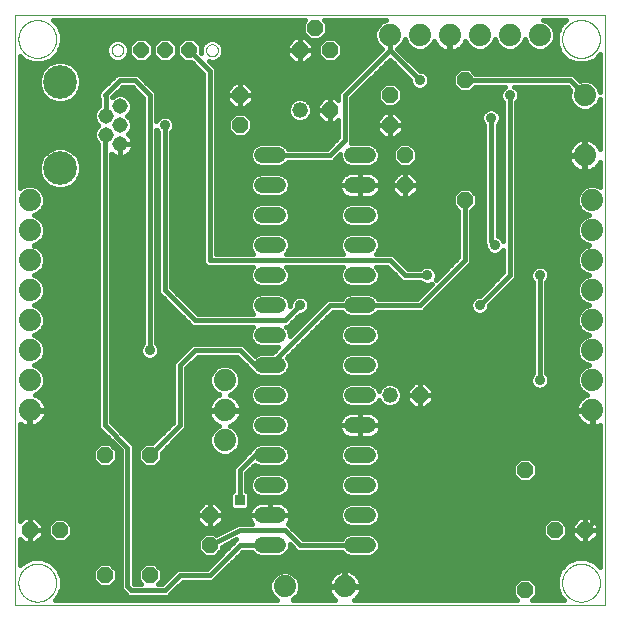
<source format=gbl>
G75*
%MOIN*%
%OFA0B0*%
%FSLAX25Y25*%
%IPPOS*%
%LPD*%
%AMOC8*
5,1,8,0,0,1.08239X$1,22.5*
%
%ADD10C,0.00000*%
%ADD11OC8,0.05200*%
%ADD12C,0.05200*%
%ADD13C,0.05150*%
%ADD14C,0.11220*%
%ADD15C,0.07400*%
%ADD16C,0.05200*%
%ADD17OC8,0.05150*%
%ADD18C,0.01600*%
%ADD19C,0.03562*%
%ADD20R,0.03562X0.03562*%
D10*
X0001800Y0001800D02*
X0001800Y0198650D01*
X0198650Y0198650D01*
X0198650Y0001800D01*
X0001800Y0001800D01*
X0003001Y0009300D02*
X0003003Y0009458D01*
X0003009Y0009616D01*
X0003019Y0009774D01*
X0003033Y0009932D01*
X0003051Y0010089D01*
X0003072Y0010246D01*
X0003098Y0010402D01*
X0003128Y0010558D01*
X0003161Y0010713D01*
X0003199Y0010866D01*
X0003240Y0011019D01*
X0003285Y0011171D01*
X0003334Y0011322D01*
X0003387Y0011471D01*
X0003443Y0011619D01*
X0003503Y0011765D01*
X0003567Y0011910D01*
X0003635Y0012053D01*
X0003706Y0012195D01*
X0003780Y0012335D01*
X0003858Y0012472D01*
X0003940Y0012608D01*
X0004024Y0012742D01*
X0004113Y0012873D01*
X0004204Y0013002D01*
X0004299Y0013129D01*
X0004396Y0013254D01*
X0004497Y0013376D01*
X0004601Y0013495D01*
X0004708Y0013612D01*
X0004818Y0013726D01*
X0004931Y0013837D01*
X0005046Y0013946D01*
X0005164Y0014051D01*
X0005285Y0014153D01*
X0005408Y0014253D01*
X0005534Y0014349D01*
X0005662Y0014442D01*
X0005792Y0014532D01*
X0005925Y0014618D01*
X0006060Y0014702D01*
X0006196Y0014781D01*
X0006335Y0014858D01*
X0006476Y0014930D01*
X0006618Y0015000D01*
X0006762Y0015065D01*
X0006908Y0015127D01*
X0007055Y0015185D01*
X0007204Y0015240D01*
X0007354Y0015291D01*
X0007505Y0015338D01*
X0007657Y0015381D01*
X0007810Y0015420D01*
X0007965Y0015456D01*
X0008120Y0015487D01*
X0008276Y0015515D01*
X0008432Y0015539D01*
X0008589Y0015559D01*
X0008747Y0015575D01*
X0008904Y0015587D01*
X0009063Y0015595D01*
X0009221Y0015599D01*
X0009379Y0015599D01*
X0009537Y0015595D01*
X0009696Y0015587D01*
X0009853Y0015575D01*
X0010011Y0015559D01*
X0010168Y0015539D01*
X0010324Y0015515D01*
X0010480Y0015487D01*
X0010635Y0015456D01*
X0010790Y0015420D01*
X0010943Y0015381D01*
X0011095Y0015338D01*
X0011246Y0015291D01*
X0011396Y0015240D01*
X0011545Y0015185D01*
X0011692Y0015127D01*
X0011838Y0015065D01*
X0011982Y0015000D01*
X0012124Y0014930D01*
X0012265Y0014858D01*
X0012404Y0014781D01*
X0012540Y0014702D01*
X0012675Y0014618D01*
X0012808Y0014532D01*
X0012938Y0014442D01*
X0013066Y0014349D01*
X0013192Y0014253D01*
X0013315Y0014153D01*
X0013436Y0014051D01*
X0013554Y0013946D01*
X0013669Y0013837D01*
X0013782Y0013726D01*
X0013892Y0013612D01*
X0013999Y0013495D01*
X0014103Y0013376D01*
X0014204Y0013254D01*
X0014301Y0013129D01*
X0014396Y0013002D01*
X0014487Y0012873D01*
X0014576Y0012742D01*
X0014660Y0012608D01*
X0014742Y0012472D01*
X0014820Y0012335D01*
X0014894Y0012195D01*
X0014965Y0012053D01*
X0015033Y0011910D01*
X0015097Y0011765D01*
X0015157Y0011619D01*
X0015213Y0011471D01*
X0015266Y0011322D01*
X0015315Y0011171D01*
X0015360Y0011019D01*
X0015401Y0010866D01*
X0015439Y0010713D01*
X0015472Y0010558D01*
X0015502Y0010402D01*
X0015528Y0010246D01*
X0015549Y0010089D01*
X0015567Y0009932D01*
X0015581Y0009774D01*
X0015591Y0009616D01*
X0015597Y0009458D01*
X0015599Y0009300D01*
X0015597Y0009142D01*
X0015591Y0008984D01*
X0015581Y0008826D01*
X0015567Y0008668D01*
X0015549Y0008511D01*
X0015528Y0008354D01*
X0015502Y0008198D01*
X0015472Y0008042D01*
X0015439Y0007887D01*
X0015401Y0007734D01*
X0015360Y0007581D01*
X0015315Y0007429D01*
X0015266Y0007278D01*
X0015213Y0007129D01*
X0015157Y0006981D01*
X0015097Y0006835D01*
X0015033Y0006690D01*
X0014965Y0006547D01*
X0014894Y0006405D01*
X0014820Y0006265D01*
X0014742Y0006128D01*
X0014660Y0005992D01*
X0014576Y0005858D01*
X0014487Y0005727D01*
X0014396Y0005598D01*
X0014301Y0005471D01*
X0014204Y0005346D01*
X0014103Y0005224D01*
X0013999Y0005105D01*
X0013892Y0004988D01*
X0013782Y0004874D01*
X0013669Y0004763D01*
X0013554Y0004654D01*
X0013436Y0004549D01*
X0013315Y0004447D01*
X0013192Y0004347D01*
X0013066Y0004251D01*
X0012938Y0004158D01*
X0012808Y0004068D01*
X0012675Y0003982D01*
X0012540Y0003898D01*
X0012404Y0003819D01*
X0012265Y0003742D01*
X0012124Y0003670D01*
X0011982Y0003600D01*
X0011838Y0003535D01*
X0011692Y0003473D01*
X0011545Y0003415D01*
X0011396Y0003360D01*
X0011246Y0003309D01*
X0011095Y0003262D01*
X0010943Y0003219D01*
X0010790Y0003180D01*
X0010635Y0003144D01*
X0010480Y0003113D01*
X0010324Y0003085D01*
X0010168Y0003061D01*
X0010011Y0003041D01*
X0009853Y0003025D01*
X0009696Y0003013D01*
X0009537Y0003005D01*
X0009379Y0003001D01*
X0009221Y0003001D01*
X0009063Y0003005D01*
X0008904Y0003013D01*
X0008747Y0003025D01*
X0008589Y0003041D01*
X0008432Y0003061D01*
X0008276Y0003085D01*
X0008120Y0003113D01*
X0007965Y0003144D01*
X0007810Y0003180D01*
X0007657Y0003219D01*
X0007505Y0003262D01*
X0007354Y0003309D01*
X0007204Y0003360D01*
X0007055Y0003415D01*
X0006908Y0003473D01*
X0006762Y0003535D01*
X0006618Y0003600D01*
X0006476Y0003670D01*
X0006335Y0003742D01*
X0006196Y0003819D01*
X0006060Y0003898D01*
X0005925Y0003982D01*
X0005792Y0004068D01*
X0005662Y0004158D01*
X0005534Y0004251D01*
X0005408Y0004347D01*
X0005285Y0004447D01*
X0005164Y0004549D01*
X0005046Y0004654D01*
X0004931Y0004763D01*
X0004818Y0004874D01*
X0004708Y0004988D01*
X0004601Y0005105D01*
X0004497Y0005224D01*
X0004396Y0005346D01*
X0004299Y0005471D01*
X0004204Y0005598D01*
X0004113Y0005727D01*
X0004024Y0005858D01*
X0003940Y0005992D01*
X0003858Y0006128D01*
X0003780Y0006265D01*
X0003706Y0006405D01*
X0003635Y0006547D01*
X0003567Y0006690D01*
X0003503Y0006835D01*
X0003443Y0006981D01*
X0003387Y0007129D01*
X0003334Y0007278D01*
X0003285Y0007429D01*
X0003240Y0007581D01*
X0003199Y0007734D01*
X0003161Y0007887D01*
X0003128Y0008042D01*
X0003098Y0008198D01*
X0003072Y0008354D01*
X0003051Y0008511D01*
X0003033Y0008668D01*
X0003019Y0008826D01*
X0003009Y0008984D01*
X0003003Y0009142D01*
X0003001Y0009300D01*
X0034083Y0186800D02*
X0034085Y0186888D01*
X0034091Y0186976D01*
X0034101Y0187064D01*
X0034115Y0187152D01*
X0034132Y0187238D01*
X0034154Y0187324D01*
X0034179Y0187408D01*
X0034209Y0187492D01*
X0034241Y0187574D01*
X0034278Y0187654D01*
X0034318Y0187733D01*
X0034362Y0187810D01*
X0034409Y0187885D01*
X0034459Y0187957D01*
X0034513Y0188028D01*
X0034569Y0188095D01*
X0034629Y0188161D01*
X0034691Y0188223D01*
X0034757Y0188283D01*
X0034824Y0188339D01*
X0034895Y0188393D01*
X0034967Y0188443D01*
X0035042Y0188490D01*
X0035119Y0188534D01*
X0035198Y0188574D01*
X0035278Y0188611D01*
X0035360Y0188643D01*
X0035444Y0188673D01*
X0035528Y0188698D01*
X0035614Y0188720D01*
X0035700Y0188737D01*
X0035788Y0188751D01*
X0035876Y0188761D01*
X0035964Y0188767D01*
X0036052Y0188769D01*
X0036140Y0188767D01*
X0036228Y0188761D01*
X0036316Y0188751D01*
X0036404Y0188737D01*
X0036490Y0188720D01*
X0036576Y0188698D01*
X0036660Y0188673D01*
X0036744Y0188643D01*
X0036826Y0188611D01*
X0036906Y0188574D01*
X0036985Y0188534D01*
X0037062Y0188490D01*
X0037137Y0188443D01*
X0037209Y0188393D01*
X0037280Y0188339D01*
X0037347Y0188283D01*
X0037413Y0188223D01*
X0037475Y0188161D01*
X0037535Y0188095D01*
X0037591Y0188028D01*
X0037645Y0187957D01*
X0037695Y0187885D01*
X0037742Y0187810D01*
X0037786Y0187733D01*
X0037826Y0187654D01*
X0037863Y0187574D01*
X0037895Y0187492D01*
X0037925Y0187408D01*
X0037950Y0187324D01*
X0037972Y0187238D01*
X0037989Y0187152D01*
X0038003Y0187064D01*
X0038013Y0186976D01*
X0038019Y0186888D01*
X0038021Y0186800D01*
X0038019Y0186712D01*
X0038013Y0186624D01*
X0038003Y0186536D01*
X0037989Y0186448D01*
X0037972Y0186362D01*
X0037950Y0186276D01*
X0037925Y0186192D01*
X0037895Y0186108D01*
X0037863Y0186026D01*
X0037826Y0185946D01*
X0037786Y0185867D01*
X0037742Y0185790D01*
X0037695Y0185715D01*
X0037645Y0185643D01*
X0037591Y0185572D01*
X0037535Y0185505D01*
X0037475Y0185439D01*
X0037413Y0185377D01*
X0037347Y0185317D01*
X0037280Y0185261D01*
X0037209Y0185207D01*
X0037137Y0185157D01*
X0037062Y0185110D01*
X0036985Y0185066D01*
X0036906Y0185026D01*
X0036826Y0184989D01*
X0036744Y0184957D01*
X0036660Y0184927D01*
X0036576Y0184902D01*
X0036490Y0184880D01*
X0036404Y0184863D01*
X0036316Y0184849D01*
X0036228Y0184839D01*
X0036140Y0184833D01*
X0036052Y0184831D01*
X0035964Y0184833D01*
X0035876Y0184839D01*
X0035788Y0184849D01*
X0035700Y0184863D01*
X0035614Y0184880D01*
X0035528Y0184902D01*
X0035444Y0184927D01*
X0035360Y0184957D01*
X0035278Y0184989D01*
X0035198Y0185026D01*
X0035119Y0185066D01*
X0035042Y0185110D01*
X0034967Y0185157D01*
X0034895Y0185207D01*
X0034824Y0185261D01*
X0034757Y0185317D01*
X0034691Y0185377D01*
X0034629Y0185439D01*
X0034569Y0185505D01*
X0034513Y0185572D01*
X0034459Y0185643D01*
X0034409Y0185715D01*
X0034362Y0185790D01*
X0034318Y0185867D01*
X0034278Y0185946D01*
X0034241Y0186026D01*
X0034209Y0186108D01*
X0034179Y0186192D01*
X0034154Y0186276D01*
X0034132Y0186362D01*
X0034115Y0186448D01*
X0034101Y0186536D01*
X0034091Y0186624D01*
X0034085Y0186712D01*
X0034083Y0186800D01*
X0042351Y0186800D02*
X0042353Y0186879D01*
X0042359Y0186958D01*
X0042369Y0187037D01*
X0042383Y0187115D01*
X0042400Y0187192D01*
X0042422Y0187268D01*
X0042447Y0187343D01*
X0042477Y0187416D01*
X0042509Y0187488D01*
X0042546Y0187559D01*
X0042586Y0187627D01*
X0042629Y0187693D01*
X0042675Y0187757D01*
X0042725Y0187819D01*
X0042778Y0187878D01*
X0042833Y0187934D01*
X0042892Y0187988D01*
X0042953Y0188038D01*
X0043016Y0188086D01*
X0043082Y0188130D01*
X0043150Y0188171D01*
X0043220Y0188208D01*
X0043291Y0188242D01*
X0043365Y0188272D01*
X0043439Y0188298D01*
X0043515Y0188320D01*
X0043592Y0188339D01*
X0043670Y0188354D01*
X0043748Y0188365D01*
X0043827Y0188372D01*
X0043906Y0188375D01*
X0043985Y0188374D01*
X0044064Y0188369D01*
X0044143Y0188360D01*
X0044221Y0188347D01*
X0044298Y0188330D01*
X0044375Y0188310D01*
X0044450Y0188285D01*
X0044524Y0188257D01*
X0044597Y0188225D01*
X0044667Y0188190D01*
X0044736Y0188151D01*
X0044803Y0188108D01*
X0044868Y0188062D01*
X0044930Y0188014D01*
X0044990Y0187962D01*
X0045047Y0187907D01*
X0045101Y0187849D01*
X0045152Y0187789D01*
X0045200Y0187726D01*
X0045245Y0187661D01*
X0045287Y0187593D01*
X0045325Y0187524D01*
X0045359Y0187453D01*
X0045390Y0187380D01*
X0045418Y0187305D01*
X0045441Y0187230D01*
X0045461Y0187153D01*
X0045477Y0187076D01*
X0045489Y0186997D01*
X0045497Y0186919D01*
X0045501Y0186840D01*
X0045501Y0186760D01*
X0045497Y0186681D01*
X0045489Y0186603D01*
X0045477Y0186524D01*
X0045461Y0186447D01*
X0045441Y0186370D01*
X0045418Y0186295D01*
X0045390Y0186220D01*
X0045359Y0186147D01*
X0045325Y0186076D01*
X0045287Y0186007D01*
X0045245Y0185939D01*
X0045200Y0185874D01*
X0045152Y0185811D01*
X0045101Y0185751D01*
X0045047Y0185693D01*
X0044990Y0185638D01*
X0044930Y0185586D01*
X0044868Y0185538D01*
X0044803Y0185492D01*
X0044736Y0185449D01*
X0044667Y0185410D01*
X0044597Y0185375D01*
X0044524Y0185343D01*
X0044450Y0185315D01*
X0044375Y0185290D01*
X0044298Y0185270D01*
X0044221Y0185253D01*
X0044143Y0185240D01*
X0044064Y0185231D01*
X0043985Y0185226D01*
X0043906Y0185225D01*
X0043827Y0185228D01*
X0043748Y0185235D01*
X0043670Y0185246D01*
X0043592Y0185261D01*
X0043515Y0185280D01*
X0043439Y0185302D01*
X0043365Y0185328D01*
X0043291Y0185358D01*
X0043220Y0185392D01*
X0043150Y0185429D01*
X0043082Y0185470D01*
X0043016Y0185514D01*
X0042953Y0185562D01*
X0042892Y0185612D01*
X0042833Y0185666D01*
X0042778Y0185722D01*
X0042725Y0185781D01*
X0042675Y0185843D01*
X0042629Y0185907D01*
X0042586Y0185973D01*
X0042546Y0186041D01*
X0042509Y0186112D01*
X0042477Y0186184D01*
X0042447Y0186257D01*
X0042422Y0186332D01*
X0042400Y0186408D01*
X0042383Y0186485D01*
X0042369Y0186563D01*
X0042359Y0186642D01*
X0042353Y0186721D01*
X0042351Y0186800D01*
X0050225Y0186800D02*
X0050227Y0186879D01*
X0050233Y0186958D01*
X0050243Y0187037D01*
X0050257Y0187115D01*
X0050274Y0187192D01*
X0050296Y0187268D01*
X0050321Y0187343D01*
X0050351Y0187416D01*
X0050383Y0187488D01*
X0050420Y0187559D01*
X0050460Y0187627D01*
X0050503Y0187693D01*
X0050549Y0187757D01*
X0050599Y0187819D01*
X0050652Y0187878D01*
X0050707Y0187934D01*
X0050766Y0187988D01*
X0050827Y0188038D01*
X0050890Y0188086D01*
X0050956Y0188130D01*
X0051024Y0188171D01*
X0051094Y0188208D01*
X0051165Y0188242D01*
X0051239Y0188272D01*
X0051313Y0188298D01*
X0051389Y0188320D01*
X0051466Y0188339D01*
X0051544Y0188354D01*
X0051622Y0188365D01*
X0051701Y0188372D01*
X0051780Y0188375D01*
X0051859Y0188374D01*
X0051938Y0188369D01*
X0052017Y0188360D01*
X0052095Y0188347D01*
X0052172Y0188330D01*
X0052249Y0188310D01*
X0052324Y0188285D01*
X0052398Y0188257D01*
X0052471Y0188225D01*
X0052541Y0188190D01*
X0052610Y0188151D01*
X0052677Y0188108D01*
X0052742Y0188062D01*
X0052804Y0188014D01*
X0052864Y0187962D01*
X0052921Y0187907D01*
X0052975Y0187849D01*
X0053026Y0187789D01*
X0053074Y0187726D01*
X0053119Y0187661D01*
X0053161Y0187593D01*
X0053199Y0187524D01*
X0053233Y0187453D01*
X0053264Y0187380D01*
X0053292Y0187305D01*
X0053315Y0187230D01*
X0053335Y0187153D01*
X0053351Y0187076D01*
X0053363Y0186997D01*
X0053371Y0186919D01*
X0053375Y0186840D01*
X0053375Y0186760D01*
X0053371Y0186681D01*
X0053363Y0186603D01*
X0053351Y0186524D01*
X0053335Y0186447D01*
X0053315Y0186370D01*
X0053292Y0186295D01*
X0053264Y0186220D01*
X0053233Y0186147D01*
X0053199Y0186076D01*
X0053161Y0186007D01*
X0053119Y0185939D01*
X0053074Y0185874D01*
X0053026Y0185811D01*
X0052975Y0185751D01*
X0052921Y0185693D01*
X0052864Y0185638D01*
X0052804Y0185586D01*
X0052742Y0185538D01*
X0052677Y0185492D01*
X0052610Y0185449D01*
X0052541Y0185410D01*
X0052471Y0185375D01*
X0052398Y0185343D01*
X0052324Y0185315D01*
X0052249Y0185290D01*
X0052172Y0185270D01*
X0052095Y0185253D01*
X0052017Y0185240D01*
X0051938Y0185231D01*
X0051859Y0185226D01*
X0051780Y0185225D01*
X0051701Y0185228D01*
X0051622Y0185235D01*
X0051544Y0185246D01*
X0051466Y0185261D01*
X0051389Y0185280D01*
X0051313Y0185302D01*
X0051239Y0185328D01*
X0051165Y0185358D01*
X0051094Y0185392D01*
X0051024Y0185429D01*
X0050956Y0185470D01*
X0050890Y0185514D01*
X0050827Y0185562D01*
X0050766Y0185612D01*
X0050707Y0185666D01*
X0050652Y0185722D01*
X0050599Y0185781D01*
X0050549Y0185843D01*
X0050503Y0185907D01*
X0050460Y0185973D01*
X0050420Y0186041D01*
X0050383Y0186112D01*
X0050351Y0186184D01*
X0050321Y0186257D01*
X0050296Y0186332D01*
X0050274Y0186408D01*
X0050257Y0186485D01*
X0050243Y0186563D01*
X0050233Y0186642D01*
X0050227Y0186721D01*
X0050225Y0186800D01*
X0058099Y0186800D02*
X0058101Y0186879D01*
X0058107Y0186958D01*
X0058117Y0187037D01*
X0058131Y0187115D01*
X0058148Y0187192D01*
X0058170Y0187268D01*
X0058195Y0187343D01*
X0058225Y0187416D01*
X0058257Y0187488D01*
X0058294Y0187559D01*
X0058334Y0187627D01*
X0058377Y0187693D01*
X0058423Y0187757D01*
X0058473Y0187819D01*
X0058526Y0187878D01*
X0058581Y0187934D01*
X0058640Y0187988D01*
X0058701Y0188038D01*
X0058764Y0188086D01*
X0058830Y0188130D01*
X0058898Y0188171D01*
X0058968Y0188208D01*
X0059039Y0188242D01*
X0059113Y0188272D01*
X0059187Y0188298D01*
X0059263Y0188320D01*
X0059340Y0188339D01*
X0059418Y0188354D01*
X0059496Y0188365D01*
X0059575Y0188372D01*
X0059654Y0188375D01*
X0059733Y0188374D01*
X0059812Y0188369D01*
X0059891Y0188360D01*
X0059969Y0188347D01*
X0060046Y0188330D01*
X0060123Y0188310D01*
X0060198Y0188285D01*
X0060272Y0188257D01*
X0060345Y0188225D01*
X0060415Y0188190D01*
X0060484Y0188151D01*
X0060551Y0188108D01*
X0060616Y0188062D01*
X0060678Y0188014D01*
X0060738Y0187962D01*
X0060795Y0187907D01*
X0060849Y0187849D01*
X0060900Y0187789D01*
X0060948Y0187726D01*
X0060993Y0187661D01*
X0061035Y0187593D01*
X0061073Y0187524D01*
X0061107Y0187453D01*
X0061138Y0187380D01*
X0061166Y0187305D01*
X0061189Y0187230D01*
X0061209Y0187153D01*
X0061225Y0187076D01*
X0061237Y0186997D01*
X0061245Y0186919D01*
X0061249Y0186840D01*
X0061249Y0186760D01*
X0061245Y0186681D01*
X0061237Y0186603D01*
X0061225Y0186524D01*
X0061209Y0186447D01*
X0061189Y0186370D01*
X0061166Y0186295D01*
X0061138Y0186220D01*
X0061107Y0186147D01*
X0061073Y0186076D01*
X0061035Y0186007D01*
X0060993Y0185939D01*
X0060948Y0185874D01*
X0060900Y0185811D01*
X0060849Y0185751D01*
X0060795Y0185693D01*
X0060738Y0185638D01*
X0060678Y0185586D01*
X0060616Y0185538D01*
X0060551Y0185492D01*
X0060484Y0185449D01*
X0060415Y0185410D01*
X0060345Y0185375D01*
X0060272Y0185343D01*
X0060198Y0185315D01*
X0060123Y0185290D01*
X0060046Y0185270D01*
X0059969Y0185253D01*
X0059891Y0185240D01*
X0059812Y0185231D01*
X0059733Y0185226D01*
X0059654Y0185225D01*
X0059575Y0185228D01*
X0059496Y0185235D01*
X0059418Y0185246D01*
X0059340Y0185261D01*
X0059263Y0185280D01*
X0059187Y0185302D01*
X0059113Y0185328D01*
X0059039Y0185358D01*
X0058968Y0185392D01*
X0058898Y0185429D01*
X0058830Y0185470D01*
X0058764Y0185514D01*
X0058701Y0185562D01*
X0058640Y0185612D01*
X0058581Y0185666D01*
X0058526Y0185722D01*
X0058473Y0185781D01*
X0058423Y0185843D01*
X0058377Y0185907D01*
X0058334Y0185973D01*
X0058294Y0186041D01*
X0058257Y0186112D01*
X0058225Y0186184D01*
X0058195Y0186257D01*
X0058170Y0186332D01*
X0058148Y0186408D01*
X0058131Y0186485D01*
X0058117Y0186563D01*
X0058107Y0186642D01*
X0058101Y0186721D01*
X0058099Y0186800D01*
X0065579Y0186800D02*
X0065581Y0186888D01*
X0065587Y0186976D01*
X0065597Y0187064D01*
X0065611Y0187152D01*
X0065628Y0187238D01*
X0065650Y0187324D01*
X0065675Y0187408D01*
X0065705Y0187492D01*
X0065737Y0187574D01*
X0065774Y0187654D01*
X0065814Y0187733D01*
X0065858Y0187810D01*
X0065905Y0187885D01*
X0065955Y0187957D01*
X0066009Y0188028D01*
X0066065Y0188095D01*
X0066125Y0188161D01*
X0066187Y0188223D01*
X0066253Y0188283D01*
X0066320Y0188339D01*
X0066391Y0188393D01*
X0066463Y0188443D01*
X0066538Y0188490D01*
X0066615Y0188534D01*
X0066694Y0188574D01*
X0066774Y0188611D01*
X0066856Y0188643D01*
X0066940Y0188673D01*
X0067024Y0188698D01*
X0067110Y0188720D01*
X0067196Y0188737D01*
X0067284Y0188751D01*
X0067372Y0188761D01*
X0067460Y0188767D01*
X0067548Y0188769D01*
X0067636Y0188767D01*
X0067724Y0188761D01*
X0067812Y0188751D01*
X0067900Y0188737D01*
X0067986Y0188720D01*
X0068072Y0188698D01*
X0068156Y0188673D01*
X0068240Y0188643D01*
X0068322Y0188611D01*
X0068402Y0188574D01*
X0068481Y0188534D01*
X0068558Y0188490D01*
X0068633Y0188443D01*
X0068705Y0188393D01*
X0068776Y0188339D01*
X0068843Y0188283D01*
X0068909Y0188223D01*
X0068971Y0188161D01*
X0069031Y0188095D01*
X0069087Y0188028D01*
X0069141Y0187957D01*
X0069191Y0187885D01*
X0069238Y0187810D01*
X0069282Y0187733D01*
X0069322Y0187654D01*
X0069359Y0187574D01*
X0069391Y0187492D01*
X0069421Y0187408D01*
X0069446Y0187324D01*
X0069468Y0187238D01*
X0069485Y0187152D01*
X0069499Y0187064D01*
X0069509Y0186976D01*
X0069515Y0186888D01*
X0069517Y0186800D01*
X0069515Y0186712D01*
X0069509Y0186624D01*
X0069499Y0186536D01*
X0069485Y0186448D01*
X0069468Y0186362D01*
X0069446Y0186276D01*
X0069421Y0186192D01*
X0069391Y0186108D01*
X0069359Y0186026D01*
X0069322Y0185946D01*
X0069282Y0185867D01*
X0069238Y0185790D01*
X0069191Y0185715D01*
X0069141Y0185643D01*
X0069087Y0185572D01*
X0069031Y0185505D01*
X0068971Y0185439D01*
X0068909Y0185377D01*
X0068843Y0185317D01*
X0068776Y0185261D01*
X0068705Y0185207D01*
X0068633Y0185157D01*
X0068558Y0185110D01*
X0068481Y0185066D01*
X0068402Y0185026D01*
X0068322Y0184989D01*
X0068240Y0184957D01*
X0068156Y0184927D01*
X0068072Y0184902D01*
X0067986Y0184880D01*
X0067900Y0184863D01*
X0067812Y0184849D01*
X0067724Y0184839D01*
X0067636Y0184833D01*
X0067548Y0184831D01*
X0067460Y0184833D01*
X0067372Y0184839D01*
X0067284Y0184849D01*
X0067196Y0184863D01*
X0067110Y0184880D01*
X0067024Y0184902D01*
X0066940Y0184927D01*
X0066856Y0184957D01*
X0066774Y0184989D01*
X0066694Y0185026D01*
X0066615Y0185066D01*
X0066538Y0185110D01*
X0066463Y0185157D01*
X0066391Y0185207D01*
X0066320Y0185261D01*
X0066253Y0185317D01*
X0066187Y0185377D01*
X0066125Y0185439D01*
X0066065Y0185505D01*
X0066009Y0185572D01*
X0065955Y0185643D01*
X0065905Y0185715D01*
X0065858Y0185790D01*
X0065814Y0185867D01*
X0065774Y0185946D01*
X0065737Y0186026D01*
X0065705Y0186108D01*
X0065675Y0186192D01*
X0065650Y0186276D01*
X0065628Y0186362D01*
X0065611Y0186448D01*
X0065597Y0186536D01*
X0065587Y0186624D01*
X0065581Y0186712D01*
X0065579Y0186800D01*
X0003001Y0190550D02*
X0003003Y0190708D01*
X0003009Y0190866D01*
X0003019Y0191024D01*
X0003033Y0191182D01*
X0003051Y0191339D01*
X0003072Y0191496D01*
X0003098Y0191652D01*
X0003128Y0191808D01*
X0003161Y0191963D01*
X0003199Y0192116D01*
X0003240Y0192269D01*
X0003285Y0192421D01*
X0003334Y0192572D01*
X0003387Y0192721D01*
X0003443Y0192869D01*
X0003503Y0193015D01*
X0003567Y0193160D01*
X0003635Y0193303D01*
X0003706Y0193445D01*
X0003780Y0193585D01*
X0003858Y0193722D01*
X0003940Y0193858D01*
X0004024Y0193992D01*
X0004113Y0194123D01*
X0004204Y0194252D01*
X0004299Y0194379D01*
X0004396Y0194504D01*
X0004497Y0194626D01*
X0004601Y0194745D01*
X0004708Y0194862D01*
X0004818Y0194976D01*
X0004931Y0195087D01*
X0005046Y0195196D01*
X0005164Y0195301D01*
X0005285Y0195403D01*
X0005408Y0195503D01*
X0005534Y0195599D01*
X0005662Y0195692D01*
X0005792Y0195782D01*
X0005925Y0195868D01*
X0006060Y0195952D01*
X0006196Y0196031D01*
X0006335Y0196108D01*
X0006476Y0196180D01*
X0006618Y0196250D01*
X0006762Y0196315D01*
X0006908Y0196377D01*
X0007055Y0196435D01*
X0007204Y0196490D01*
X0007354Y0196541D01*
X0007505Y0196588D01*
X0007657Y0196631D01*
X0007810Y0196670D01*
X0007965Y0196706D01*
X0008120Y0196737D01*
X0008276Y0196765D01*
X0008432Y0196789D01*
X0008589Y0196809D01*
X0008747Y0196825D01*
X0008904Y0196837D01*
X0009063Y0196845D01*
X0009221Y0196849D01*
X0009379Y0196849D01*
X0009537Y0196845D01*
X0009696Y0196837D01*
X0009853Y0196825D01*
X0010011Y0196809D01*
X0010168Y0196789D01*
X0010324Y0196765D01*
X0010480Y0196737D01*
X0010635Y0196706D01*
X0010790Y0196670D01*
X0010943Y0196631D01*
X0011095Y0196588D01*
X0011246Y0196541D01*
X0011396Y0196490D01*
X0011545Y0196435D01*
X0011692Y0196377D01*
X0011838Y0196315D01*
X0011982Y0196250D01*
X0012124Y0196180D01*
X0012265Y0196108D01*
X0012404Y0196031D01*
X0012540Y0195952D01*
X0012675Y0195868D01*
X0012808Y0195782D01*
X0012938Y0195692D01*
X0013066Y0195599D01*
X0013192Y0195503D01*
X0013315Y0195403D01*
X0013436Y0195301D01*
X0013554Y0195196D01*
X0013669Y0195087D01*
X0013782Y0194976D01*
X0013892Y0194862D01*
X0013999Y0194745D01*
X0014103Y0194626D01*
X0014204Y0194504D01*
X0014301Y0194379D01*
X0014396Y0194252D01*
X0014487Y0194123D01*
X0014576Y0193992D01*
X0014660Y0193858D01*
X0014742Y0193722D01*
X0014820Y0193585D01*
X0014894Y0193445D01*
X0014965Y0193303D01*
X0015033Y0193160D01*
X0015097Y0193015D01*
X0015157Y0192869D01*
X0015213Y0192721D01*
X0015266Y0192572D01*
X0015315Y0192421D01*
X0015360Y0192269D01*
X0015401Y0192116D01*
X0015439Y0191963D01*
X0015472Y0191808D01*
X0015502Y0191652D01*
X0015528Y0191496D01*
X0015549Y0191339D01*
X0015567Y0191182D01*
X0015581Y0191024D01*
X0015591Y0190866D01*
X0015597Y0190708D01*
X0015599Y0190550D01*
X0015597Y0190392D01*
X0015591Y0190234D01*
X0015581Y0190076D01*
X0015567Y0189918D01*
X0015549Y0189761D01*
X0015528Y0189604D01*
X0015502Y0189448D01*
X0015472Y0189292D01*
X0015439Y0189137D01*
X0015401Y0188984D01*
X0015360Y0188831D01*
X0015315Y0188679D01*
X0015266Y0188528D01*
X0015213Y0188379D01*
X0015157Y0188231D01*
X0015097Y0188085D01*
X0015033Y0187940D01*
X0014965Y0187797D01*
X0014894Y0187655D01*
X0014820Y0187515D01*
X0014742Y0187378D01*
X0014660Y0187242D01*
X0014576Y0187108D01*
X0014487Y0186977D01*
X0014396Y0186848D01*
X0014301Y0186721D01*
X0014204Y0186596D01*
X0014103Y0186474D01*
X0013999Y0186355D01*
X0013892Y0186238D01*
X0013782Y0186124D01*
X0013669Y0186013D01*
X0013554Y0185904D01*
X0013436Y0185799D01*
X0013315Y0185697D01*
X0013192Y0185597D01*
X0013066Y0185501D01*
X0012938Y0185408D01*
X0012808Y0185318D01*
X0012675Y0185232D01*
X0012540Y0185148D01*
X0012404Y0185069D01*
X0012265Y0184992D01*
X0012124Y0184920D01*
X0011982Y0184850D01*
X0011838Y0184785D01*
X0011692Y0184723D01*
X0011545Y0184665D01*
X0011396Y0184610D01*
X0011246Y0184559D01*
X0011095Y0184512D01*
X0010943Y0184469D01*
X0010790Y0184430D01*
X0010635Y0184394D01*
X0010480Y0184363D01*
X0010324Y0184335D01*
X0010168Y0184311D01*
X0010011Y0184291D01*
X0009853Y0184275D01*
X0009696Y0184263D01*
X0009537Y0184255D01*
X0009379Y0184251D01*
X0009221Y0184251D01*
X0009063Y0184255D01*
X0008904Y0184263D01*
X0008747Y0184275D01*
X0008589Y0184291D01*
X0008432Y0184311D01*
X0008276Y0184335D01*
X0008120Y0184363D01*
X0007965Y0184394D01*
X0007810Y0184430D01*
X0007657Y0184469D01*
X0007505Y0184512D01*
X0007354Y0184559D01*
X0007204Y0184610D01*
X0007055Y0184665D01*
X0006908Y0184723D01*
X0006762Y0184785D01*
X0006618Y0184850D01*
X0006476Y0184920D01*
X0006335Y0184992D01*
X0006196Y0185069D01*
X0006060Y0185148D01*
X0005925Y0185232D01*
X0005792Y0185318D01*
X0005662Y0185408D01*
X0005534Y0185501D01*
X0005408Y0185597D01*
X0005285Y0185697D01*
X0005164Y0185799D01*
X0005046Y0185904D01*
X0004931Y0186013D01*
X0004818Y0186124D01*
X0004708Y0186238D01*
X0004601Y0186355D01*
X0004497Y0186474D01*
X0004396Y0186596D01*
X0004299Y0186721D01*
X0004204Y0186848D01*
X0004113Y0186977D01*
X0004024Y0187108D01*
X0003940Y0187242D01*
X0003858Y0187378D01*
X0003780Y0187515D01*
X0003706Y0187655D01*
X0003635Y0187797D01*
X0003567Y0187940D01*
X0003503Y0188085D01*
X0003443Y0188231D01*
X0003387Y0188379D01*
X0003334Y0188528D01*
X0003285Y0188679D01*
X0003240Y0188831D01*
X0003199Y0188984D01*
X0003161Y0189137D01*
X0003128Y0189292D01*
X0003098Y0189448D01*
X0003072Y0189604D01*
X0003051Y0189761D01*
X0003033Y0189918D01*
X0003019Y0190076D01*
X0003009Y0190234D01*
X0003003Y0190392D01*
X0003001Y0190550D01*
X0184251Y0190550D02*
X0184253Y0190708D01*
X0184259Y0190866D01*
X0184269Y0191024D01*
X0184283Y0191182D01*
X0184301Y0191339D01*
X0184322Y0191496D01*
X0184348Y0191652D01*
X0184378Y0191808D01*
X0184411Y0191963D01*
X0184449Y0192116D01*
X0184490Y0192269D01*
X0184535Y0192421D01*
X0184584Y0192572D01*
X0184637Y0192721D01*
X0184693Y0192869D01*
X0184753Y0193015D01*
X0184817Y0193160D01*
X0184885Y0193303D01*
X0184956Y0193445D01*
X0185030Y0193585D01*
X0185108Y0193722D01*
X0185190Y0193858D01*
X0185274Y0193992D01*
X0185363Y0194123D01*
X0185454Y0194252D01*
X0185549Y0194379D01*
X0185646Y0194504D01*
X0185747Y0194626D01*
X0185851Y0194745D01*
X0185958Y0194862D01*
X0186068Y0194976D01*
X0186181Y0195087D01*
X0186296Y0195196D01*
X0186414Y0195301D01*
X0186535Y0195403D01*
X0186658Y0195503D01*
X0186784Y0195599D01*
X0186912Y0195692D01*
X0187042Y0195782D01*
X0187175Y0195868D01*
X0187310Y0195952D01*
X0187446Y0196031D01*
X0187585Y0196108D01*
X0187726Y0196180D01*
X0187868Y0196250D01*
X0188012Y0196315D01*
X0188158Y0196377D01*
X0188305Y0196435D01*
X0188454Y0196490D01*
X0188604Y0196541D01*
X0188755Y0196588D01*
X0188907Y0196631D01*
X0189060Y0196670D01*
X0189215Y0196706D01*
X0189370Y0196737D01*
X0189526Y0196765D01*
X0189682Y0196789D01*
X0189839Y0196809D01*
X0189997Y0196825D01*
X0190154Y0196837D01*
X0190313Y0196845D01*
X0190471Y0196849D01*
X0190629Y0196849D01*
X0190787Y0196845D01*
X0190946Y0196837D01*
X0191103Y0196825D01*
X0191261Y0196809D01*
X0191418Y0196789D01*
X0191574Y0196765D01*
X0191730Y0196737D01*
X0191885Y0196706D01*
X0192040Y0196670D01*
X0192193Y0196631D01*
X0192345Y0196588D01*
X0192496Y0196541D01*
X0192646Y0196490D01*
X0192795Y0196435D01*
X0192942Y0196377D01*
X0193088Y0196315D01*
X0193232Y0196250D01*
X0193374Y0196180D01*
X0193515Y0196108D01*
X0193654Y0196031D01*
X0193790Y0195952D01*
X0193925Y0195868D01*
X0194058Y0195782D01*
X0194188Y0195692D01*
X0194316Y0195599D01*
X0194442Y0195503D01*
X0194565Y0195403D01*
X0194686Y0195301D01*
X0194804Y0195196D01*
X0194919Y0195087D01*
X0195032Y0194976D01*
X0195142Y0194862D01*
X0195249Y0194745D01*
X0195353Y0194626D01*
X0195454Y0194504D01*
X0195551Y0194379D01*
X0195646Y0194252D01*
X0195737Y0194123D01*
X0195826Y0193992D01*
X0195910Y0193858D01*
X0195992Y0193722D01*
X0196070Y0193585D01*
X0196144Y0193445D01*
X0196215Y0193303D01*
X0196283Y0193160D01*
X0196347Y0193015D01*
X0196407Y0192869D01*
X0196463Y0192721D01*
X0196516Y0192572D01*
X0196565Y0192421D01*
X0196610Y0192269D01*
X0196651Y0192116D01*
X0196689Y0191963D01*
X0196722Y0191808D01*
X0196752Y0191652D01*
X0196778Y0191496D01*
X0196799Y0191339D01*
X0196817Y0191182D01*
X0196831Y0191024D01*
X0196841Y0190866D01*
X0196847Y0190708D01*
X0196849Y0190550D01*
X0196847Y0190392D01*
X0196841Y0190234D01*
X0196831Y0190076D01*
X0196817Y0189918D01*
X0196799Y0189761D01*
X0196778Y0189604D01*
X0196752Y0189448D01*
X0196722Y0189292D01*
X0196689Y0189137D01*
X0196651Y0188984D01*
X0196610Y0188831D01*
X0196565Y0188679D01*
X0196516Y0188528D01*
X0196463Y0188379D01*
X0196407Y0188231D01*
X0196347Y0188085D01*
X0196283Y0187940D01*
X0196215Y0187797D01*
X0196144Y0187655D01*
X0196070Y0187515D01*
X0195992Y0187378D01*
X0195910Y0187242D01*
X0195826Y0187108D01*
X0195737Y0186977D01*
X0195646Y0186848D01*
X0195551Y0186721D01*
X0195454Y0186596D01*
X0195353Y0186474D01*
X0195249Y0186355D01*
X0195142Y0186238D01*
X0195032Y0186124D01*
X0194919Y0186013D01*
X0194804Y0185904D01*
X0194686Y0185799D01*
X0194565Y0185697D01*
X0194442Y0185597D01*
X0194316Y0185501D01*
X0194188Y0185408D01*
X0194058Y0185318D01*
X0193925Y0185232D01*
X0193790Y0185148D01*
X0193654Y0185069D01*
X0193515Y0184992D01*
X0193374Y0184920D01*
X0193232Y0184850D01*
X0193088Y0184785D01*
X0192942Y0184723D01*
X0192795Y0184665D01*
X0192646Y0184610D01*
X0192496Y0184559D01*
X0192345Y0184512D01*
X0192193Y0184469D01*
X0192040Y0184430D01*
X0191885Y0184394D01*
X0191730Y0184363D01*
X0191574Y0184335D01*
X0191418Y0184311D01*
X0191261Y0184291D01*
X0191103Y0184275D01*
X0190946Y0184263D01*
X0190787Y0184255D01*
X0190629Y0184251D01*
X0190471Y0184251D01*
X0190313Y0184255D01*
X0190154Y0184263D01*
X0189997Y0184275D01*
X0189839Y0184291D01*
X0189682Y0184311D01*
X0189526Y0184335D01*
X0189370Y0184363D01*
X0189215Y0184394D01*
X0189060Y0184430D01*
X0188907Y0184469D01*
X0188755Y0184512D01*
X0188604Y0184559D01*
X0188454Y0184610D01*
X0188305Y0184665D01*
X0188158Y0184723D01*
X0188012Y0184785D01*
X0187868Y0184850D01*
X0187726Y0184920D01*
X0187585Y0184992D01*
X0187446Y0185069D01*
X0187310Y0185148D01*
X0187175Y0185232D01*
X0187042Y0185318D01*
X0186912Y0185408D01*
X0186784Y0185501D01*
X0186658Y0185597D01*
X0186535Y0185697D01*
X0186414Y0185799D01*
X0186296Y0185904D01*
X0186181Y0186013D01*
X0186068Y0186124D01*
X0185958Y0186238D01*
X0185851Y0186355D01*
X0185747Y0186474D01*
X0185646Y0186596D01*
X0185549Y0186721D01*
X0185454Y0186848D01*
X0185363Y0186977D01*
X0185274Y0187108D01*
X0185190Y0187242D01*
X0185108Y0187378D01*
X0185030Y0187515D01*
X0184956Y0187655D01*
X0184885Y0187797D01*
X0184817Y0187940D01*
X0184753Y0188085D01*
X0184693Y0188231D01*
X0184637Y0188379D01*
X0184584Y0188528D01*
X0184535Y0188679D01*
X0184490Y0188831D01*
X0184449Y0188984D01*
X0184411Y0189137D01*
X0184378Y0189292D01*
X0184348Y0189448D01*
X0184322Y0189604D01*
X0184301Y0189761D01*
X0184283Y0189918D01*
X0184269Y0190076D01*
X0184259Y0190234D01*
X0184253Y0190392D01*
X0184251Y0190550D01*
X0184251Y0009300D02*
X0184253Y0009458D01*
X0184259Y0009616D01*
X0184269Y0009774D01*
X0184283Y0009932D01*
X0184301Y0010089D01*
X0184322Y0010246D01*
X0184348Y0010402D01*
X0184378Y0010558D01*
X0184411Y0010713D01*
X0184449Y0010866D01*
X0184490Y0011019D01*
X0184535Y0011171D01*
X0184584Y0011322D01*
X0184637Y0011471D01*
X0184693Y0011619D01*
X0184753Y0011765D01*
X0184817Y0011910D01*
X0184885Y0012053D01*
X0184956Y0012195D01*
X0185030Y0012335D01*
X0185108Y0012472D01*
X0185190Y0012608D01*
X0185274Y0012742D01*
X0185363Y0012873D01*
X0185454Y0013002D01*
X0185549Y0013129D01*
X0185646Y0013254D01*
X0185747Y0013376D01*
X0185851Y0013495D01*
X0185958Y0013612D01*
X0186068Y0013726D01*
X0186181Y0013837D01*
X0186296Y0013946D01*
X0186414Y0014051D01*
X0186535Y0014153D01*
X0186658Y0014253D01*
X0186784Y0014349D01*
X0186912Y0014442D01*
X0187042Y0014532D01*
X0187175Y0014618D01*
X0187310Y0014702D01*
X0187446Y0014781D01*
X0187585Y0014858D01*
X0187726Y0014930D01*
X0187868Y0015000D01*
X0188012Y0015065D01*
X0188158Y0015127D01*
X0188305Y0015185D01*
X0188454Y0015240D01*
X0188604Y0015291D01*
X0188755Y0015338D01*
X0188907Y0015381D01*
X0189060Y0015420D01*
X0189215Y0015456D01*
X0189370Y0015487D01*
X0189526Y0015515D01*
X0189682Y0015539D01*
X0189839Y0015559D01*
X0189997Y0015575D01*
X0190154Y0015587D01*
X0190313Y0015595D01*
X0190471Y0015599D01*
X0190629Y0015599D01*
X0190787Y0015595D01*
X0190946Y0015587D01*
X0191103Y0015575D01*
X0191261Y0015559D01*
X0191418Y0015539D01*
X0191574Y0015515D01*
X0191730Y0015487D01*
X0191885Y0015456D01*
X0192040Y0015420D01*
X0192193Y0015381D01*
X0192345Y0015338D01*
X0192496Y0015291D01*
X0192646Y0015240D01*
X0192795Y0015185D01*
X0192942Y0015127D01*
X0193088Y0015065D01*
X0193232Y0015000D01*
X0193374Y0014930D01*
X0193515Y0014858D01*
X0193654Y0014781D01*
X0193790Y0014702D01*
X0193925Y0014618D01*
X0194058Y0014532D01*
X0194188Y0014442D01*
X0194316Y0014349D01*
X0194442Y0014253D01*
X0194565Y0014153D01*
X0194686Y0014051D01*
X0194804Y0013946D01*
X0194919Y0013837D01*
X0195032Y0013726D01*
X0195142Y0013612D01*
X0195249Y0013495D01*
X0195353Y0013376D01*
X0195454Y0013254D01*
X0195551Y0013129D01*
X0195646Y0013002D01*
X0195737Y0012873D01*
X0195826Y0012742D01*
X0195910Y0012608D01*
X0195992Y0012472D01*
X0196070Y0012335D01*
X0196144Y0012195D01*
X0196215Y0012053D01*
X0196283Y0011910D01*
X0196347Y0011765D01*
X0196407Y0011619D01*
X0196463Y0011471D01*
X0196516Y0011322D01*
X0196565Y0011171D01*
X0196610Y0011019D01*
X0196651Y0010866D01*
X0196689Y0010713D01*
X0196722Y0010558D01*
X0196752Y0010402D01*
X0196778Y0010246D01*
X0196799Y0010089D01*
X0196817Y0009932D01*
X0196831Y0009774D01*
X0196841Y0009616D01*
X0196847Y0009458D01*
X0196849Y0009300D01*
X0196847Y0009142D01*
X0196841Y0008984D01*
X0196831Y0008826D01*
X0196817Y0008668D01*
X0196799Y0008511D01*
X0196778Y0008354D01*
X0196752Y0008198D01*
X0196722Y0008042D01*
X0196689Y0007887D01*
X0196651Y0007734D01*
X0196610Y0007581D01*
X0196565Y0007429D01*
X0196516Y0007278D01*
X0196463Y0007129D01*
X0196407Y0006981D01*
X0196347Y0006835D01*
X0196283Y0006690D01*
X0196215Y0006547D01*
X0196144Y0006405D01*
X0196070Y0006265D01*
X0195992Y0006128D01*
X0195910Y0005992D01*
X0195826Y0005858D01*
X0195737Y0005727D01*
X0195646Y0005598D01*
X0195551Y0005471D01*
X0195454Y0005346D01*
X0195353Y0005224D01*
X0195249Y0005105D01*
X0195142Y0004988D01*
X0195032Y0004874D01*
X0194919Y0004763D01*
X0194804Y0004654D01*
X0194686Y0004549D01*
X0194565Y0004447D01*
X0194442Y0004347D01*
X0194316Y0004251D01*
X0194188Y0004158D01*
X0194058Y0004068D01*
X0193925Y0003982D01*
X0193790Y0003898D01*
X0193654Y0003819D01*
X0193515Y0003742D01*
X0193374Y0003670D01*
X0193232Y0003600D01*
X0193088Y0003535D01*
X0192942Y0003473D01*
X0192795Y0003415D01*
X0192646Y0003360D01*
X0192496Y0003309D01*
X0192345Y0003262D01*
X0192193Y0003219D01*
X0192040Y0003180D01*
X0191885Y0003144D01*
X0191730Y0003113D01*
X0191574Y0003085D01*
X0191418Y0003061D01*
X0191261Y0003041D01*
X0191103Y0003025D01*
X0190946Y0003013D01*
X0190787Y0003005D01*
X0190629Y0003001D01*
X0190471Y0003001D01*
X0190313Y0003005D01*
X0190154Y0003013D01*
X0189997Y0003025D01*
X0189839Y0003041D01*
X0189682Y0003061D01*
X0189526Y0003085D01*
X0189370Y0003113D01*
X0189215Y0003144D01*
X0189060Y0003180D01*
X0188907Y0003219D01*
X0188755Y0003262D01*
X0188604Y0003309D01*
X0188454Y0003360D01*
X0188305Y0003415D01*
X0188158Y0003473D01*
X0188012Y0003535D01*
X0187868Y0003600D01*
X0187726Y0003670D01*
X0187585Y0003742D01*
X0187446Y0003819D01*
X0187310Y0003898D01*
X0187175Y0003982D01*
X0187042Y0004068D01*
X0186912Y0004158D01*
X0186784Y0004251D01*
X0186658Y0004347D01*
X0186535Y0004447D01*
X0186414Y0004549D01*
X0186296Y0004654D01*
X0186181Y0004763D01*
X0186068Y0004874D01*
X0185958Y0004988D01*
X0185851Y0005105D01*
X0185747Y0005224D01*
X0185646Y0005346D01*
X0185549Y0005471D01*
X0185454Y0005598D01*
X0185363Y0005727D01*
X0185274Y0005858D01*
X0185190Y0005992D01*
X0185108Y0006128D01*
X0185030Y0006265D01*
X0184956Y0006405D01*
X0184885Y0006547D01*
X0184817Y0006690D01*
X0184753Y0006835D01*
X0184693Y0006981D01*
X0184637Y0007129D01*
X0184584Y0007278D01*
X0184535Y0007429D01*
X0184490Y0007581D01*
X0184449Y0007734D01*
X0184411Y0007887D01*
X0184378Y0008042D01*
X0184348Y0008198D01*
X0184322Y0008354D01*
X0184301Y0008511D01*
X0184283Y0008668D01*
X0184269Y0008826D01*
X0184259Y0008984D01*
X0184253Y0009142D01*
X0184251Y0009300D01*
D11*
X0171800Y0006800D03*
X0181800Y0026800D03*
X0191800Y0026800D03*
X0171800Y0046800D03*
X0136800Y0071800D03*
X0151800Y0136800D03*
X0131800Y0141800D03*
X0131800Y0151800D03*
X0126800Y0161800D03*
X0126800Y0171800D03*
X0106800Y0166800D03*
X0106800Y0186800D03*
X0101800Y0194300D03*
X0096800Y0186800D03*
X0076800Y0171800D03*
X0076800Y0161800D03*
X0151800Y0176800D03*
X0046800Y0051800D03*
X0031800Y0051800D03*
X0016800Y0026800D03*
X0006800Y0026800D03*
X0031800Y0011800D03*
X0046800Y0011800D03*
X0066800Y0021800D03*
X0066800Y0031800D03*
D12*
X0126800Y0071800D03*
X0096800Y0166800D03*
D13*
X0036879Y0168099D03*
X0032154Y0164950D03*
X0036879Y0161800D03*
X0032154Y0158650D03*
X0036879Y0155501D03*
D14*
X0016800Y0147430D03*
X0016800Y0176170D03*
D15*
X0006800Y0136800D03*
X0006800Y0126800D03*
X0006800Y0116800D03*
X0006800Y0106800D03*
X0006800Y0096800D03*
X0006800Y0086800D03*
X0006800Y0076800D03*
X0006800Y0066800D03*
X0071800Y0066800D03*
X0071800Y0056800D03*
X0071800Y0076800D03*
X0091800Y0008050D03*
X0111800Y0008050D03*
X0194300Y0066800D03*
X0194300Y0076800D03*
X0194300Y0086800D03*
X0194300Y0096800D03*
X0194300Y0106800D03*
X0194300Y0116800D03*
X0194300Y0126800D03*
X0194300Y0136800D03*
X0191800Y0151800D03*
X0191800Y0171800D03*
X0176800Y0191800D03*
X0166800Y0191800D03*
X0156800Y0191800D03*
X0146800Y0191800D03*
X0136800Y0191800D03*
X0126800Y0191800D03*
D16*
X0119400Y0151800D02*
X0114200Y0151800D01*
X0114200Y0141800D02*
X0119400Y0141800D01*
X0119400Y0131800D02*
X0114200Y0131800D01*
X0114200Y0121800D02*
X0119400Y0121800D01*
X0119400Y0111800D02*
X0114200Y0111800D01*
X0114200Y0101800D02*
X0119400Y0101800D01*
X0119400Y0091800D02*
X0114200Y0091800D01*
X0114200Y0081800D02*
X0119400Y0081800D01*
X0119400Y0071800D02*
X0114200Y0071800D01*
X0114200Y0061800D02*
X0119400Y0061800D01*
X0119400Y0051800D02*
X0114200Y0051800D01*
X0114200Y0041800D02*
X0119400Y0041800D01*
X0119400Y0031800D02*
X0114200Y0031800D01*
X0114200Y0021800D02*
X0119400Y0021800D01*
X0089400Y0021800D02*
X0084200Y0021800D01*
X0084200Y0031800D02*
X0089400Y0031800D01*
X0089400Y0041800D02*
X0084200Y0041800D01*
X0084200Y0051800D02*
X0089400Y0051800D01*
X0089400Y0061800D02*
X0084200Y0061800D01*
X0084200Y0071800D02*
X0089400Y0071800D01*
X0089400Y0081800D02*
X0084200Y0081800D01*
X0084200Y0091800D02*
X0089400Y0091800D01*
X0089400Y0101800D02*
X0084200Y0101800D01*
X0084200Y0111800D02*
X0089400Y0111800D01*
X0089400Y0121800D02*
X0084200Y0121800D01*
X0084200Y0131800D02*
X0089400Y0131800D01*
X0089400Y0141800D02*
X0084200Y0141800D01*
X0084200Y0151800D02*
X0089400Y0151800D01*
D17*
X0059800Y0186800D03*
X0051800Y0186800D03*
X0043800Y0186800D03*
D18*
X0046652Y0184030D02*
X0048948Y0184030D01*
X0047825Y0185154D02*
X0050154Y0182825D01*
X0053446Y0182825D01*
X0055775Y0185154D01*
X0055775Y0188446D01*
X0053446Y0190775D01*
X0050154Y0190775D01*
X0047825Y0188446D01*
X0047825Y0185154D01*
X0047775Y0185154D02*
X0045446Y0182825D01*
X0042154Y0182825D01*
X0039825Y0185154D01*
X0039825Y0188446D01*
X0042154Y0190775D01*
X0045446Y0190775D01*
X0047775Y0188446D01*
X0047775Y0185154D01*
X0047775Y0185629D02*
X0047825Y0185629D01*
X0047775Y0187227D02*
X0047825Y0187227D01*
X0048205Y0188826D02*
X0047395Y0188826D01*
X0045797Y0190424D02*
X0049803Y0190424D01*
X0053797Y0190424D02*
X0057803Y0190424D01*
X0058154Y0190775D02*
X0055825Y0188446D01*
X0055825Y0185154D01*
X0058154Y0182825D01*
X0060664Y0182825D01*
X0064600Y0178889D01*
X0064600Y0115889D01*
X0065889Y0114600D01*
X0081343Y0114600D01*
X0080809Y0114066D01*
X0080200Y0112596D01*
X0080200Y0111004D01*
X0080809Y0109534D01*
X0081934Y0108409D01*
X0083404Y0107800D01*
X0090196Y0107800D01*
X0091666Y0108409D01*
X0092791Y0109534D01*
X0093400Y0111004D01*
X0093400Y0112596D01*
X0092791Y0114066D01*
X0092257Y0114600D01*
X0111343Y0114600D01*
X0110809Y0114066D01*
X0110200Y0112596D01*
X0110200Y0111004D01*
X0110809Y0109534D01*
X0111934Y0108409D01*
X0113404Y0107800D01*
X0120196Y0107800D01*
X0121666Y0108409D01*
X0122791Y0109534D01*
X0123400Y0111004D01*
X0123400Y0112596D01*
X0122791Y0114066D01*
X0122257Y0114600D01*
X0125889Y0114600D01*
X0130889Y0109600D01*
X0137001Y0109600D01*
X0137498Y0109103D01*
X0138667Y0108619D01*
X0139933Y0108619D01*
X0140914Y0109025D01*
X0135889Y0104000D01*
X0122818Y0104000D01*
X0122791Y0104066D01*
X0121666Y0105191D01*
X0120196Y0105800D01*
X0113404Y0105800D01*
X0111934Y0105191D01*
X0110809Y0104066D01*
X0110782Y0104000D01*
X0105889Y0104000D01*
X0093400Y0091511D01*
X0093400Y0092596D01*
X0092791Y0094066D01*
X0092257Y0094600D01*
X0092711Y0094600D01*
X0096730Y0098619D01*
X0097433Y0098619D01*
X0098602Y0099103D01*
X0099497Y0099998D01*
X0099981Y0101167D01*
X0099981Y0102433D01*
X0099497Y0103602D01*
X0098602Y0104497D01*
X0097433Y0104981D01*
X0096167Y0104981D01*
X0094998Y0104497D01*
X0094103Y0103602D01*
X0093619Y0102433D01*
X0093619Y0101730D01*
X0093400Y0101511D01*
X0093400Y0102596D01*
X0092791Y0104066D01*
X0091666Y0105191D01*
X0090196Y0105800D01*
X0083404Y0105800D01*
X0081934Y0105191D01*
X0080809Y0104066D01*
X0080200Y0102596D01*
X0080200Y0101004D01*
X0080809Y0099534D01*
X0081343Y0099000D01*
X0062711Y0099000D01*
X0054000Y0107711D01*
X0054000Y0159501D01*
X0054497Y0159998D01*
X0054981Y0161167D01*
X0054981Y0162433D01*
X0054497Y0163602D01*
X0053602Y0164497D01*
X0052433Y0164981D01*
X0051167Y0164981D01*
X0049998Y0164497D01*
X0049103Y0163602D01*
X0049000Y0163353D01*
X0049000Y0172711D01*
X0047711Y0174000D01*
X0042711Y0179000D01*
X0035889Y0179000D01*
X0034600Y0177711D01*
X0029600Y0172711D01*
X0029600Y0170889D01*
X0029954Y0170534D01*
X0029954Y0168341D01*
X0029903Y0168319D01*
X0028785Y0167201D01*
X0028180Y0165740D01*
X0028180Y0164159D01*
X0028785Y0162698D01*
X0029683Y0161800D01*
X0028785Y0160902D01*
X0028180Y0159441D01*
X0028180Y0157860D01*
X0028785Y0156399D01*
X0029600Y0155584D01*
X0029600Y0060889D01*
X0030889Y0059600D01*
X0037100Y0053389D01*
X0037100Y0007139D01*
X0038389Y0005850D01*
X0039639Y0004600D01*
X0052711Y0004600D01*
X0054000Y0005889D01*
X0057711Y0009600D01*
X0067711Y0009600D01*
X0069000Y0010889D01*
X0077711Y0019600D01*
X0080782Y0019600D01*
X0080809Y0019534D01*
X0081934Y0018409D01*
X0083404Y0017800D01*
X0090196Y0017800D01*
X0091666Y0018409D01*
X0092791Y0019534D01*
X0093400Y0021004D01*
X0093400Y0022089D01*
X0095889Y0019600D01*
X0110782Y0019600D01*
X0110809Y0019534D01*
X0111934Y0018409D01*
X0113404Y0017800D01*
X0120196Y0017800D01*
X0121666Y0018409D01*
X0122791Y0019534D01*
X0123400Y0021004D01*
X0123400Y0022596D01*
X0122791Y0024066D01*
X0121666Y0025191D01*
X0120196Y0025800D01*
X0113404Y0025800D01*
X0111934Y0025191D01*
X0110809Y0024066D01*
X0110782Y0024000D01*
X0097711Y0024000D01*
X0094000Y0027711D01*
X0092765Y0028946D01*
X0093163Y0029494D01*
X0093478Y0030111D01*
X0093692Y0030770D01*
X0093800Y0031454D01*
X0093800Y0031800D01*
X0093800Y0032146D01*
X0093692Y0032830D01*
X0093478Y0033489D01*
X0093163Y0034106D01*
X0092756Y0034666D01*
X0092266Y0035156D01*
X0091706Y0035563D01*
X0091089Y0035878D01*
X0090430Y0036092D01*
X0089746Y0036200D01*
X0086800Y0036200D01*
X0086800Y0031800D01*
X0086800Y0031800D01*
X0093800Y0031800D01*
X0086800Y0031800D01*
X0086800Y0031800D01*
X0086800Y0031800D01*
X0079800Y0031800D01*
X0079800Y0032146D01*
X0079908Y0032830D01*
X0080122Y0033489D01*
X0080437Y0034106D01*
X0080844Y0034666D01*
X0081334Y0035156D01*
X0081894Y0035563D01*
X0082511Y0035878D01*
X0083170Y0036092D01*
X0083854Y0036200D01*
X0086800Y0036200D01*
X0086800Y0031800D01*
X0079800Y0031800D01*
X0079800Y0031454D01*
X0079908Y0030770D01*
X0080122Y0030111D01*
X0080437Y0029494D01*
X0080796Y0029000D01*
X0077157Y0029000D01*
X0076631Y0029175D01*
X0076281Y0029000D01*
X0075889Y0029000D01*
X0075497Y0028608D01*
X0068931Y0025325D01*
X0068457Y0025800D01*
X0065143Y0025800D01*
X0062800Y0023457D01*
X0062800Y0020143D01*
X0065143Y0017800D01*
X0068457Y0017800D01*
X0070800Y0020143D01*
X0070800Y0021340D01*
X0075658Y0023769D01*
X0065889Y0014000D01*
X0055889Y0014000D01*
X0050889Y0009000D01*
X0049657Y0009000D01*
X0050800Y0010143D01*
X0050800Y0013457D01*
X0048457Y0015800D01*
X0045143Y0015800D01*
X0042800Y0013457D01*
X0042800Y0010143D01*
X0043943Y0009000D01*
X0041500Y0009000D01*
X0041500Y0055211D01*
X0040211Y0056500D01*
X0034000Y0062711D01*
X0034000Y0152193D01*
X0034029Y0152164D01*
X0034586Y0151759D01*
X0035199Y0151446D01*
X0035854Y0151234D01*
X0036534Y0151126D01*
X0036879Y0151126D01*
X0037223Y0151126D01*
X0037903Y0151234D01*
X0038558Y0151446D01*
X0039172Y0151759D01*
X0039729Y0152164D01*
X0040216Y0152651D01*
X0040620Y0153208D01*
X0040933Y0153821D01*
X0041146Y0154476D01*
X0041254Y0155156D01*
X0041254Y0155501D01*
X0041254Y0155845D01*
X0041146Y0156525D01*
X0040933Y0157180D01*
X0040620Y0157794D01*
X0040216Y0158351D01*
X0039729Y0158838D01*
X0039618Y0158918D01*
X0040248Y0159548D01*
X0040854Y0161009D01*
X0040854Y0162591D01*
X0040248Y0164052D01*
X0039350Y0164950D01*
X0040248Y0165848D01*
X0040854Y0167309D01*
X0040854Y0168890D01*
X0040248Y0170351D01*
X0039130Y0171469D01*
X0037669Y0172074D01*
X0036088Y0172074D01*
X0034627Y0171469D01*
X0034354Y0171196D01*
X0034354Y0171243D01*
X0037711Y0174600D01*
X0040889Y0174600D01*
X0044600Y0170889D01*
X0044600Y0089099D01*
X0044103Y0088602D01*
X0043619Y0087433D01*
X0043619Y0086167D01*
X0044103Y0084998D01*
X0044998Y0084103D01*
X0046167Y0083619D01*
X0047433Y0083619D01*
X0048602Y0084103D01*
X0049497Y0084998D01*
X0049981Y0086167D01*
X0049981Y0087433D01*
X0049497Y0088602D01*
X0049000Y0089099D01*
X0049000Y0160247D01*
X0049103Y0159998D01*
X0049600Y0159501D01*
X0049600Y0105889D01*
X0059600Y0095889D01*
X0060889Y0094600D01*
X0081343Y0094600D01*
X0080809Y0094066D01*
X0080200Y0092596D01*
X0080200Y0091004D01*
X0080809Y0089534D01*
X0081934Y0088409D01*
X0083404Y0087800D01*
X0089689Y0087800D01*
X0087689Y0085800D01*
X0083404Y0085800D01*
X0081934Y0085191D01*
X0081727Y0084984D01*
X0079000Y0087711D01*
X0077711Y0089000D01*
X0060889Y0089000D01*
X0055889Y0084000D01*
X0054600Y0082711D01*
X0054600Y0062711D01*
X0047689Y0055800D01*
X0045143Y0055800D01*
X0042800Y0053457D01*
X0042800Y0050143D01*
X0045143Y0047800D01*
X0048457Y0047800D01*
X0050800Y0050143D01*
X0050800Y0052689D01*
X0059000Y0060889D01*
X0059000Y0080889D01*
X0062711Y0084600D01*
X0075889Y0084600D01*
X0080706Y0079783D01*
X0080809Y0079534D01*
X0081934Y0078409D01*
X0083404Y0077800D01*
X0090196Y0077800D01*
X0091666Y0078409D01*
X0092791Y0079534D01*
X0093400Y0081004D01*
X0093400Y0082596D01*
X0092791Y0084066D01*
X0092484Y0084373D01*
X0107711Y0099600D01*
X0110782Y0099600D01*
X0110809Y0099534D01*
X0111934Y0098409D01*
X0113404Y0097800D01*
X0120196Y0097800D01*
X0121666Y0098409D01*
X0122791Y0099534D01*
X0122818Y0099600D01*
X0137711Y0099600D01*
X0139000Y0100889D01*
X0154000Y0115889D01*
X0154000Y0133343D01*
X0155800Y0135143D01*
X0155800Y0138457D01*
X0153457Y0140800D01*
X0150143Y0140800D01*
X0147800Y0138457D01*
X0147800Y0135143D01*
X0149600Y0133343D01*
X0149600Y0117711D01*
X0142075Y0110186D01*
X0142481Y0111167D01*
X0142481Y0112433D01*
X0141997Y0113602D01*
X0141102Y0114497D01*
X0139933Y0114981D01*
X0138667Y0114981D01*
X0137498Y0114497D01*
X0137001Y0114000D01*
X0132711Y0114000D01*
X0129000Y0117711D01*
X0127711Y0119000D01*
X0122257Y0119000D01*
X0122791Y0119534D01*
X0123400Y0121004D01*
X0123400Y0122596D01*
X0122791Y0124066D01*
X0121666Y0125191D01*
X0120196Y0125800D01*
X0113404Y0125800D01*
X0111934Y0125191D01*
X0110809Y0124066D01*
X0110200Y0122596D01*
X0110200Y0121004D01*
X0110809Y0119534D01*
X0111343Y0119000D01*
X0092257Y0119000D01*
X0092791Y0119534D01*
X0093400Y0121004D01*
X0093400Y0122596D01*
X0092791Y0124066D01*
X0091666Y0125191D01*
X0090196Y0125800D01*
X0083404Y0125800D01*
X0081934Y0125191D01*
X0080809Y0124066D01*
X0080200Y0122596D01*
X0080200Y0121004D01*
X0080809Y0119534D01*
X0081343Y0119000D01*
X0069000Y0119000D01*
X0069000Y0180711D01*
X0066596Y0183115D01*
X0066798Y0183031D01*
X0068298Y0183031D01*
X0069683Y0183605D01*
X0070743Y0184665D01*
X0071317Y0186050D01*
X0071317Y0187550D01*
X0070743Y0188935D01*
X0069683Y0189995D01*
X0068298Y0190568D01*
X0066798Y0190568D01*
X0065413Y0189995D01*
X0064353Y0188935D01*
X0063780Y0187550D01*
X0063780Y0186050D01*
X0063863Y0185848D01*
X0063775Y0185936D01*
X0063775Y0188446D01*
X0061446Y0190775D01*
X0058154Y0190775D01*
X0056205Y0188826D02*
X0055395Y0188826D01*
X0055775Y0187227D02*
X0055825Y0187227D01*
X0055775Y0185629D02*
X0055825Y0185629D01*
X0056948Y0184030D02*
X0054652Y0184030D01*
X0059800Y0186800D02*
X0066800Y0179800D01*
X0066800Y0116800D01*
X0126800Y0116800D01*
X0131800Y0111800D01*
X0139300Y0111800D01*
X0142204Y0110499D02*
X0142388Y0110499D01*
X0142481Y0112097D02*
X0143986Y0112097D01*
X0145585Y0113696D02*
X0141903Y0113696D01*
X0140789Y0108900D02*
X0140612Y0108900D01*
X0139190Y0107302D02*
X0054410Y0107302D01*
X0054000Y0108900D02*
X0081443Y0108900D01*
X0080409Y0110499D02*
X0054000Y0110499D01*
X0054000Y0112097D02*
X0080200Y0112097D01*
X0080656Y0113696D02*
X0054000Y0113696D01*
X0054000Y0115294D02*
X0065194Y0115294D01*
X0064600Y0116893D02*
X0054000Y0116893D01*
X0054000Y0118491D02*
X0064600Y0118491D01*
X0064600Y0120090D02*
X0054000Y0120090D01*
X0054000Y0121688D02*
X0064600Y0121688D01*
X0064600Y0123287D02*
X0054000Y0123287D01*
X0054000Y0124885D02*
X0064600Y0124885D01*
X0064600Y0126484D02*
X0054000Y0126484D01*
X0054000Y0128082D02*
X0064600Y0128082D01*
X0064600Y0129681D02*
X0054000Y0129681D01*
X0054000Y0131279D02*
X0064600Y0131279D01*
X0064600Y0132878D02*
X0054000Y0132878D01*
X0054000Y0134476D02*
X0064600Y0134476D01*
X0064600Y0136075D02*
X0054000Y0136075D01*
X0054000Y0137673D02*
X0064600Y0137673D01*
X0064600Y0139272D02*
X0054000Y0139272D01*
X0054000Y0140870D02*
X0064600Y0140870D01*
X0064600Y0142469D02*
X0054000Y0142469D01*
X0054000Y0144068D02*
X0064600Y0144068D01*
X0064600Y0145666D02*
X0054000Y0145666D01*
X0054000Y0147265D02*
X0064600Y0147265D01*
X0064600Y0148863D02*
X0054000Y0148863D01*
X0054000Y0150462D02*
X0064600Y0150462D01*
X0064600Y0152060D02*
X0054000Y0152060D01*
X0054000Y0153659D02*
X0064600Y0153659D01*
X0064600Y0155257D02*
X0054000Y0155257D01*
X0054000Y0156856D02*
X0064600Y0156856D01*
X0064600Y0158454D02*
X0054000Y0158454D01*
X0054519Y0160053D02*
X0064600Y0160053D01*
X0064600Y0161651D02*
X0054981Y0161651D01*
X0054643Y0163250D02*
X0064600Y0163250D01*
X0064600Y0164848D02*
X0052754Y0164848D01*
X0050846Y0164848D02*
X0049000Y0164848D01*
X0049000Y0166447D02*
X0064600Y0166447D01*
X0064600Y0168045D02*
X0049000Y0168045D01*
X0049000Y0169644D02*
X0064600Y0169644D01*
X0064600Y0171242D02*
X0049000Y0171242D01*
X0048871Y0172841D02*
X0064600Y0172841D01*
X0064600Y0174439D02*
X0047272Y0174439D01*
X0045674Y0176038D02*
X0064600Y0176038D01*
X0064600Y0177636D02*
X0044075Y0177636D01*
X0041800Y0176800D02*
X0046800Y0171800D01*
X0046800Y0086800D01*
X0043903Y0088120D02*
X0034000Y0088120D01*
X0034000Y0089718D02*
X0044600Y0089718D01*
X0044600Y0091317D02*
X0034000Y0091317D01*
X0034000Y0092915D02*
X0044600Y0092915D01*
X0044600Y0094514D02*
X0034000Y0094514D01*
X0034000Y0096112D02*
X0044600Y0096112D01*
X0044600Y0097711D02*
X0034000Y0097711D01*
X0034000Y0099309D02*
X0044600Y0099309D01*
X0044600Y0100908D02*
X0034000Y0100908D01*
X0034000Y0102506D02*
X0044600Y0102506D01*
X0044600Y0104105D02*
X0034000Y0104105D01*
X0034000Y0105703D02*
X0044600Y0105703D01*
X0044600Y0107302D02*
X0034000Y0107302D01*
X0034000Y0108900D02*
X0044600Y0108900D01*
X0044600Y0110499D02*
X0034000Y0110499D01*
X0034000Y0112097D02*
X0044600Y0112097D01*
X0044600Y0113696D02*
X0034000Y0113696D01*
X0034000Y0115294D02*
X0044600Y0115294D01*
X0044600Y0116893D02*
X0034000Y0116893D01*
X0034000Y0118491D02*
X0044600Y0118491D01*
X0044600Y0120090D02*
X0034000Y0120090D01*
X0034000Y0121688D02*
X0044600Y0121688D01*
X0044600Y0123287D02*
X0034000Y0123287D01*
X0034000Y0124885D02*
X0044600Y0124885D01*
X0044600Y0126484D02*
X0034000Y0126484D01*
X0034000Y0128082D02*
X0044600Y0128082D01*
X0044600Y0129681D02*
X0034000Y0129681D01*
X0034000Y0131279D02*
X0044600Y0131279D01*
X0044600Y0132878D02*
X0034000Y0132878D01*
X0034000Y0134476D02*
X0044600Y0134476D01*
X0044600Y0136075D02*
X0034000Y0136075D01*
X0034000Y0137673D02*
X0044600Y0137673D01*
X0044600Y0139272D02*
X0034000Y0139272D01*
X0034000Y0140870D02*
X0044600Y0140870D01*
X0044600Y0142469D02*
X0034000Y0142469D01*
X0034000Y0144068D02*
X0044600Y0144068D01*
X0044600Y0145666D02*
X0034000Y0145666D01*
X0034000Y0147265D02*
X0044600Y0147265D01*
X0044600Y0148863D02*
X0034000Y0148863D01*
X0034000Y0150462D02*
X0044600Y0150462D01*
X0044600Y0152060D02*
X0039586Y0152060D01*
X0040850Y0153659D02*
X0044600Y0153659D01*
X0044600Y0155257D02*
X0041254Y0155257D01*
X0041254Y0155501D02*
X0036879Y0155501D01*
X0041254Y0155501D01*
X0041038Y0156856D02*
X0044600Y0156856D01*
X0044600Y0158454D02*
X0040112Y0158454D01*
X0040457Y0160053D02*
X0044600Y0160053D01*
X0044600Y0161651D02*
X0040854Y0161651D01*
X0040581Y0163250D02*
X0044600Y0163250D01*
X0044600Y0164848D02*
X0039452Y0164848D01*
X0040497Y0166447D02*
X0044600Y0166447D01*
X0044600Y0168045D02*
X0040854Y0168045D01*
X0040541Y0169644D02*
X0044600Y0169644D01*
X0044247Y0171242D02*
X0039357Y0171242D01*
X0042648Y0172841D02*
X0035952Y0172841D01*
X0034401Y0171242D02*
X0034354Y0171242D01*
X0032154Y0171446D02*
X0031800Y0171800D01*
X0036800Y0176800D01*
X0041800Y0176800D01*
X0041049Y0174439D02*
X0037550Y0174439D01*
X0034525Y0177636D02*
X0023781Y0177636D01*
X0023810Y0177564D02*
X0022743Y0180141D01*
X0020771Y0182113D01*
X0018194Y0183180D01*
X0015406Y0183180D01*
X0012829Y0182113D01*
X0010857Y0180141D01*
X0009790Y0177564D01*
X0009790Y0174776D01*
X0010857Y0172199D01*
X0012829Y0170227D01*
X0015406Y0169160D01*
X0018194Y0169160D01*
X0020771Y0170227D01*
X0022743Y0172199D01*
X0023810Y0174776D01*
X0023810Y0177564D01*
X0023810Y0176038D02*
X0032926Y0176038D01*
X0031328Y0174439D02*
X0023671Y0174439D01*
X0023009Y0172841D02*
X0029729Y0172841D01*
X0029600Y0171242D02*
X0021786Y0171242D01*
X0019363Y0169644D02*
X0029954Y0169644D01*
X0029629Y0168045D02*
X0003600Y0168045D01*
X0003600Y0166447D02*
X0028472Y0166447D01*
X0028180Y0164848D02*
X0003600Y0164848D01*
X0003600Y0163250D02*
X0028556Y0163250D01*
X0029534Y0161651D02*
X0003600Y0161651D01*
X0003600Y0160053D02*
X0028433Y0160053D01*
X0028180Y0158454D02*
X0003600Y0158454D01*
X0003600Y0156856D02*
X0028595Y0156856D01*
X0029600Y0155257D02*
X0003600Y0155257D01*
X0003600Y0153659D02*
X0013519Y0153659D01*
X0012829Y0153373D02*
X0010857Y0151401D01*
X0009790Y0148824D01*
X0009790Y0146035D01*
X0010857Y0143459D01*
X0012829Y0141487D01*
X0015406Y0140420D01*
X0018194Y0140420D01*
X0020771Y0141487D01*
X0022743Y0143459D01*
X0023810Y0146035D01*
X0023810Y0148824D01*
X0022743Y0151401D01*
X0020771Y0153373D01*
X0018194Y0154440D01*
X0015406Y0154440D01*
X0012829Y0153373D01*
X0011516Y0152060D02*
X0003600Y0152060D01*
X0003600Y0150462D02*
X0010468Y0150462D01*
X0009806Y0148863D02*
X0003600Y0148863D01*
X0003600Y0147265D02*
X0009790Y0147265D01*
X0009943Y0145666D02*
X0003600Y0145666D01*
X0003600Y0144068D02*
X0010605Y0144068D01*
X0011847Y0142469D02*
X0003600Y0142469D01*
X0003911Y0141124D02*
X0003600Y0140812D01*
X0003600Y0184796D01*
X0004712Y0183684D01*
X0007689Y0182451D01*
X0010911Y0182451D01*
X0013888Y0183684D01*
X0016166Y0185962D01*
X0017399Y0188939D01*
X0017399Y0192161D01*
X0016166Y0195138D01*
X0014454Y0196850D01*
X0098694Y0196850D01*
X0097800Y0195957D01*
X0097800Y0192643D01*
X0100143Y0190300D01*
X0103457Y0190300D01*
X0105800Y0192643D01*
X0105800Y0195957D01*
X0104906Y0196850D01*
X0125666Y0196850D01*
X0123911Y0196124D01*
X0122476Y0194689D01*
X0121700Y0192814D01*
X0121700Y0190786D01*
X0122476Y0188911D01*
X0123911Y0187476D01*
X0124232Y0187343D01*
X0110889Y0174000D01*
X0109600Y0172711D01*
X0109600Y0170223D01*
X0108623Y0171200D01*
X0106800Y0171200D01*
X0106800Y0166800D01*
X0106800Y0166800D01*
X0106800Y0162400D01*
X0108623Y0162400D01*
X0109600Y0163377D01*
X0109600Y0157711D01*
X0105889Y0154000D01*
X0092818Y0154000D01*
X0092791Y0154066D01*
X0091666Y0155191D01*
X0090196Y0155800D01*
X0083404Y0155800D01*
X0081934Y0155191D01*
X0080809Y0154066D01*
X0080200Y0152596D01*
X0080200Y0151004D01*
X0080809Y0149534D01*
X0081934Y0148409D01*
X0083404Y0147800D01*
X0090196Y0147800D01*
X0091666Y0148409D01*
X0092791Y0149534D01*
X0092818Y0149600D01*
X0107711Y0149600D01*
X0109000Y0150889D01*
X0110200Y0152089D01*
X0110200Y0151004D01*
X0110809Y0149534D01*
X0111934Y0148409D01*
X0113404Y0147800D01*
X0120196Y0147800D01*
X0121666Y0148409D01*
X0122791Y0149534D01*
X0123400Y0151004D01*
X0123400Y0152596D01*
X0122791Y0154066D01*
X0121666Y0155191D01*
X0120196Y0155800D01*
X0113911Y0155800D01*
X0114000Y0155889D01*
X0114000Y0170889D01*
X0126800Y0183689D01*
X0133619Y0176870D01*
X0133619Y0176167D01*
X0134103Y0174998D01*
X0134998Y0174103D01*
X0136167Y0173619D01*
X0137433Y0173619D01*
X0138602Y0174103D01*
X0139497Y0174998D01*
X0139981Y0176167D01*
X0139981Y0177433D01*
X0139497Y0178602D01*
X0138602Y0179497D01*
X0137433Y0179981D01*
X0136730Y0179981D01*
X0129368Y0187343D01*
X0129689Y0187476D01*
X0131124Y0188911D01*
X0131800Y0190544D01*
X0132476Y0188911D01*
X0133911Y0187476D01*
X0135786Y0186700D01*
X0137814Y0186700D01*
X0139689Y0187476D01*
X0141124Y0188911D01*
X0141590Y0190037D01*
X0141703Y0189689D01*
X0142096Y0188917D01*
X0142605Y0188217D01*
X0143217Y0187605D01*
X0143917Y0187096D01*
X0144689Y0186703D01*
X0145512Y0186435D01*
X0146367Y0186300D01*
X0146600Y0186300D01*
X0146600Y0191600D01*
X0147000Y0191600D01*
X0147000Y0186300D01*
X0147233Y0186300D01*
X0148088Y0186435D01*
X0148911Y0186703D01*
X0149683Y0187096D01*
X0150383Y0187605D01*
X0150995Y0188217D01*
X0151504Y0188917D01*
X0151897Y0189689D01*
X0152010Y0190037D01*
X0152476Y0188911D01*
X0153911Y0187476D01*
X0155786Y0186700D01*
X0157814Y0186700D01*
X0159689Y0187476D01*
X0161124Y0188911D01*
X0161800Y0190544D01*
X0162476Y0188911D01*
X0163911Y0187476D01*
X0165786Y0186700D01*
X0167814Y0186700D01*
X0169689Y0187476D01*
X0171124Y0188911D01*
X0171800Y0190544D01*
X0172476Y0188911D01*
X0173911Y0187476D01*
X0175786Y0186700D01*
X0177814Y0186700D01*
X0179689Y0187476D01*
X0181124Y0188911D01*
X0181900Y0190786D01*
X0181900Y0192814D01*
X0181124Y0194689D01*
X0179689Y0196124D01*
X0177934Y0196850D01*
X0185396Y0196850D01*
X0183684Y0195138D01*
X0182451Y0192161D01*
X0182451Y0188939D01*
X0183684Y0185962D01*
X0185962Y0183684D01*
X0188939Y0182451D01*
X0192161Y0182451D01*
X0195138Y0183684D01*
X0196850Y0185396D01*
X0196850Y0172934D01*
X0196124Y0174689D01*
X0194689Y0176124D01*
X0192814Y0176900D01*
X0190786Y0176900D01*
X0190097Y0176615D01*
X0187711Y0179000D01*
X0155257Y0179000D01*
X0153457Y0180800D01*
X0150143Y0180800D01*
X0147800Y0178457D01*
X0147800Y0175143D01*
X0150143Y0172800D01*
X0153457Y0172800D01*
X0155257Y0174600D01*
X0165247Y0174600D01*
X0164998Y0174497D01*
X0164103Y0173602D01*
X0163619Y0172433D01*
X0163619Y0171167D01*
X0164103Y0169998D01*
X0164600Y0169501D01*
X0164600Y0123353D01*
X0164497Y0123602D01*
X0163602Y0124497D01*
X0162750Y0124850D01*
X0162750Y0162001D01*
X0163247Y0162498D01*
X0163731Y0163667D01*
X0163731Y0164933D01*
X0163247Y0166102D01*
X0162352Y0166997D01*
X0161183Y0167481D01*
X0159917Y0167481D01*
X0158748Y0166997D01*
X0157853Y0166102D01*
X0157369Y0164933D01*
X0157369Y0163667D01*
X0157853Y0162498D01*
X0158350Y0162001D01*
X0158350Y0122139D01*
X0158619Y0121870D01*
X0158619Y0121167D01*
X0159103Y0119998D01*
X0159998Y0119103D01*
X0161167Y0118619D01*
X0162433Y0118619D01*
X0163602Y0119103D01*
X0164497Y0119998D01*
X0164600Y0120247D01*
X0164600Y0112711D01*
X0156870Y0104981D01*
X0156167Y0104981D01*
X0154998Y0104497D01*
X0154103Y0103602D01*
X0153619Y0102433D01*
X0153619Y0101167D01*
X0154103Y0099998D01*
X0154998Y0099103D01*
X0156167Y0098619D01*
X0157433Y0098619D01*
X0158602Y0099103D01*
X0159497Y0099998D01*
X0159981Y0101167D01*
X0159981Y0101870D01*
X0169000Y0110889D01*
X0169000Y0169501D01*
X0169497Y0169998D01*
X0169981Y0171167D01*
X0169981Y0172433D01*
X0169497Y0173602D01*
X0168602Y0174497D01*
X0168353Y0174600D01*
X0185889Y0174600D01*
X0186985Y0173503D01*
X0186700Y0172814D01*
X0186700Y0170786D01*
X0187476Y0168911D01*
X0188911Y0167476D01*
X0190786Y0166700D01*
X0192814Y0166700D01*
X0194689Y0167476D01*
X0196124Y0168911D01*
X0196850Y0170666D01*
X0196850Y0154003D01*
X0196504Y0154683D01*
X0195995Y0155383D01*
X0195383Y0155995D01*
X0194683Y0156504D01*
X0193911Y0156897D01*
X0193088Y0157165D01*
X0192233Y0157300D01*
X0192000Y0157300D01*
X0192000Y0152000D01*
X0191600Y0152000D01*
X0191600Y0157300D01*
X0191367Y0157300D01*
X0190512Y0157165D01*
X0189689Y0156897D01*
X0188917Y0156504D01*
X0188217Y0155995D01*
X0187605Y0155383D01*
X0187096Y0154683D01*
X0186703Y0153911D01*
X0186435Y0153088D01*
X0186300Y0152233D01*
X0186300Y0152000D01*
X0191600Y0152000D01*
X0191600Y0151600D01*
X0192000Y0151600D01*
X0192000Y0146300D01*
X0192233Y0146300D01*
X0193088Y0146435D01*
X0193911Y0146703D01*
X0194683Y0147096D01*
X0195383Y0147605D01*
X0195995Y0148217D01*
X0196504Y0148917D01*
X0196850Y0149597D01*
X0196850Y0141264D01*
X0195314Y0141900D01*
X0193286Y0141900D01*
X0191411Y0141124D01*
X0189976Y0139689D01*
X0189200Y0137814D01*
X0189200Y0135786D01*
X0189976Y0133911D01*
X0191411Y0132476D01*
X0193044Y0131800D01*
X0191411Y0131124D01*
X0189976Y0129689D01*
X0189200Y0127814D01*
X0189200Y0125786D01*
X0189976Y0123911D01*
X0191411Y0122476D01*
X0193044Y0121800D01*
X0191411Y0121124D01*
X0189976Y0119689D01*
X0189200Y0117814D01*
X0189200Y0115786D01*
X0189976Y0113911D01*
X0191411Y0112476D01*
X0193044Y0111800D01*
X0191411Y0111124D01*
X0189976Y0109689D01*
X0189200Y0107814D01*
X0189200Y0105786D01*
X0189976Y0103911D01*
X0191411Y0102476D01*
X0193044Y0101800D01*
X0191411Y0101124D01*
X0189976Y0099689D01*
X0189200Y0097814D01*
X0189200Y0095786D01*
X0189976Y0093911D01*
X0191411Y0092476D01*
X0193044Y0091800D01*
X0191411Y0091124D01*
X0189976Y0089689D01*
X0189200Y0087814D01*
X0189200Y0085786D01*
X0189976Y0083911D01*
X0191411Y0082476D01*
X0193044Y0081800D01*
X0191411Y0081124D01*
X0189976Y0079689D01*
X0189200Y0077814D01*
X0189200Y0075786D01*
X0189976Y0073911D01*
X0191411Y0072476D01*
X0192537Y0072010D01*
X0192189Y0071897D01*
X0191417Y0071504D01*
X0190717Y0070995D01*
X0190105Y0070383D01*
X0189596Y0069683D01*
X0189203Y0068911D01*
X0188935Y0068088D01*
X0188800Y0067233D01*
X0188800Y0067000D01*
X0194100Y0067000D01*
X0194100Y0066600D01*
X0194500Y0066600D01*
X0194500Y0061300D01*
X0194733Y0061300D01*
X0195588Y0061435D01*
X0196411Y0061703D01*
X0196850Y0061927D01*
X0196850Y0014454D01*
X0195138Y0016166D01*
X0192161Y0017399D01*
X0188939Y0017399D01*
X0185962Y0016166D01*
X0183684Y0013888D01*
X0182451Y0010911D01*
X0182451Y0007689D01*
X0183684Y0004712D01*
X0184796Y0003600D01*
X0174257Y0003600D01*
X0175800Y0005143D01*
X0175800Y0008457D01*
X0173457Y0010800D01*
X0170143Y0010800D01*
X0167800Y0008457D01*
X0167800Y0005143D01*
X0169343Y0003600D01*
X0115032Y0003600D01*
X0115383Y0003855D01*
X0115995Y0004467D01*
X0116504Y0005167D01*
X0116897Y0005939D01*
X0117165Y0006762D01*
X0117300Y0007617D01*
X0117300Y0007850D01*
X0112000Y0007850D01*
X0112000Y0008250D01*
X0111600Y0008250D01*
X0111600Y0013550D01*
X0111367Y0013550D01*
X0110512Y0013415D01*
X0109689Y0013147D01*
X0108917Y0012754D01*
X0108217Y0012245D01*
X0107605Y0011633D01*
X0107096Y0010933D01*
X0106703Y0010161D01*
X0106435Y0009338D01*
X0106300Y0008483D01*
X0106300Y0008250D01*
X0111600Y0008250D01*
X0111600Y0007850D01*
X0106300Y0007850D01*
X0106300Y0007617D01*
X0106435Y0006762D01*
X0106703Y0005939D01*
X0107096Y0005167D01*
X0107605Y0004467D01*
X0108217Y0003855D01*
X0108568Y0003600D01*
X0094384Y0003600D01*
X0094689Y0003726D01*
X0096124Y0005161D01*
X0096900Y0007036D01*
X0096900Y0009064D01*
X0096124Y0010939D01*
X0094689Y0012374D01*
X0092814Y0013150D01*
X0090786Y0013150D01*
X0088911Y0012374D01*
X0087476Y0010939D01*
X0086700Y0009064D01*
X0086700Y0007036D01*
X0087476Y0005161D01*
X0088911Y0003726D01*
X0089216Y0003600D01*
X0015054Y0003600D01*
X0016166Y0004712D01*
X0017399Y0007689D01*
X0017399Y0010911D01*
X0016166Y0013888D01*
X0013888Y0016166D01*
X0010911Y0017399D01*
X0007689Y0017399D01*
X0004712Y0016166D01*
X0003600Y0015054D01*
X0003600Y0023777D01*
X0004977Y0022400D01*
X0006800Y0022400D01*
X0008623Y0022400D01*
X0011200Y0024977D01*
X0011200Y0026800D01*
X0011200Y0028623D01*
X0008623Y0031200D01*
X0006800Y0031200D01*
X0006800Y0026800D01*
X0006800Y0026800D01*
X0011200Y0026800D01*
X0006800Y0026800D01*
X0006800Y0026800D01*
X0006800Y0031200D01*
X0004977Y0031200D01*
X0003600Y0029823D01*
X0003600Y0062327D01*
X0003917Y0062096D01*
X0004689Y0061703D01*
X0005512Y0061435D01*
X0006367Y0061300D01*
X0006600Y0061300D01*
X0006600Y0066600D01*
X0007000Y0066600D01*
X0007000Y0067000D01*
X0012300Y0067000D01*
X0012300Y0067233D01*
X0012165Y0068088D01*
X0011897Y0068911D01*
X0011504Y0069683D01*
X0010995Y0070383D01*
X0010383Y0070995D01*
X0009683Y0071504D01*
X0008911Y0071897D01*
X0008563Y0072010D01*
X0009689Y0072476D01*
X0011124Y0073911D01*
X0011900Y0075786D01*
X0011900Y0077814D01*
X0011124Y0079689D01*
X0009689Y0081124D01*
X0008056Y0081800D01*
X0009689Y0082476D01*
X0011124Y0083911D01*
X0011900Y0085786D01*
X0011900Y0087814D01*
X0011124Y0089689D01*
X0009689Y0091124D01*
X0008056Y0091800D01*
X0009689Y0092476D01*
X0011124Y0093911D01*
X0011900Y0095786D01*
X0011900Y0097814D01*
X0011124Y0099689D01*
X0009689Y0101124D01*
X0008056Y0101800D01*
X0009689Y0102476D01*
X0011124Y0103911D01*
X0011900Y0105786D01*
X0011900Y0107814D01*
X0011124Y0109689D01*
X0009689Y0111124D01*
X0008056Y0111800D01*
X0009689Y0112476D01*
X0011124Y0113911D01*
X0011900Y0115786D01*
X0011900Y0117814D01*
X0011124Y0119689D01*
X0009689Y0121124D01*
X0008056Y0121800D01*
X0009689Y0122476D01*
X0011124Y0123911D01*
X0011900Y0125786D01*
X0011900Y0127814D01*
X0011124Y0129689D01*
X0009689Y0131124D01*
X0008056Y0131800D01*
X0009689Y0132476D01*
X0011124Y0133911D01*
X0011900Y0135786D01*
X0011900Y0137814D01*
X0011124Y0139689D01*
X0009689Y0141124D01*
X0007814Y0141900D01*
X0005786Y0141900D01*
X0003911Y0141124D01*
X0003658Y0140870D02*
X0003600Y0140870D01*
X0009942Y0140870D02*
X0014317Y0140870D01*
X0011296Y0139272D02*
X0029600Y0139272D01*
X0029600Y0140870D02*
X0019283Y0140870D01*
X0021753Y0142469D02*
X0029600Y0142469D01*
X0029600Y0144068D02*
X0022995Y0144068D01*
X0023657Y0145666D02*
X0029600Y0145666D01*
X0029600Y0147265D02*
X0023810Y0147265D01*
X0023794Y0148863D02*
X0029600Y0148863D01*
X0029600Y0150462D02*
X0023132Y0150462D01*
X0022084Y0152060D02*
X0029600Y0152060D01*
X0029600Y0153659D02*
X0020081Y0153659D01*
X0031800Y0158296D02*
X0032154Y0158650D01*
X0031800Y0158296D02*
X0031800Y0061800D01*
X0039300Y0054300D01*
X0039300Y0008050D01*
X0040550Y0006800D01*
X0051800Y0006800D01*
X0056800Y0011800D01*
X0066800Y0011800D01*
X0076800Y0021800D01*
X0086800Y0021800D01*
X0092640Y0019384D02*
X0110960Y0019384D01*
X0110922Y0024179D02*
X0097532Y0024179D01*
X0095934Y0025778D02*
X0113350Y0025778D01*
X0113404Y0027800D02*
X0111934Y0028409D01*
X0110809Y0029534D01*
X0110200Y0031004D01*
X0110200Y0032596D01*
X0110809Y0034066D01*
X0111934Y0035191D01*
X0113404Y0035800D01*
X0120196Y0035800D01*
X0121666Y0035191D01*
X0122791Y0034066D01*
X0123400Y0032596D01*
X0123400Y0031004D01*
X0122791Y0029534D01*
X0121666Y0028409D01*
X0120196Y0027800D01*
X0113404Y0027800D01*
X0111368Y0028975D02*
X0092786Y0028975D01*
X0093628Y0030573D02*
X0110379Y0030573D01*
X0110200Y0032172D02*
X0093796Y0032172D01*
X0093334Y0033770D02*
X0110687Y0033770D01*
X0112363Y0035369D02*
X0091974Y0035369D01*
X0090196Y0037800D02*
X0091666Y0038409D01*
X0092791Y0039534D01*
X0093400Y0041004D01*
X0093400Y0042596D01*
X0092791Y0044066D01*
X0091666Y0045191D01*
X0090196Y0045800D01*
X0083404Y0045800D01*
X0081934Y0045191D01*
X0080809Y0044066D01*
X0080200Y0042596D01*
X0080200Y0041004D01*
X0080809Y0039534D01*
X0081934Y0038409D01*
X0083404Y0037800D01*
X0090196Y0037800D01*
X0091823Y0038566D02*
X0111777Y0038566D01*
X0111934Y0038409D02*
X0113404Y0037800D01*
X0120196Y0037800D01*
X0121666Y0038409D01*
X0122791Y0039534D01*
X0123400Y0041004D01*
X0123400Y0042596D01*
X0122791Y0044066D01*
X0121666Y0045191D01*
X0120196Y0045800D01*
X0113404Y0045800D01*
X0111934Y0045191D01*
X0110809Y0044066D01*
X0110200Y0042596D01*
X0110200Y0041004D01*
X0110809Y0039534D01*
X0111934Y0038409D01*
X0110548Y0040164D02*
X0093052Y0040164D01*
X0093400Y0041763D02*
X0110200Y0041763D01*
X0110517Y0043361D02*
X0093083Y0043361D01*
X0091897Y0044960D02*
X0111703Y0044960D01*
X0112543Y0048157D02*
X0091057Y0048157D01*
X0091666Y0048409D02*
X0090196Y0047800D01*
X0083404Y0047800D01*
X0081934Y0048409D01*
X0081727Y0048616D01*
X0079000Y0045889D01*
X0079000Y0039981D01*
X0079161Y0039981D01*
X0079981Y0039161D01*
X0079981Y0034439D01*
X0079161Y0033619D01*
X0074439Y0033619D01*
X0073619Y0034439D01*
X0073619Y0039161D01*
X0074439Y0039981D01*
X0074600Y0039981D01*
X0074600Y0047711D01*
X0075889Y0049000D01*
X0080706Y0053817D01*
X0080809Y0054066D01*
X0081934Y0055191D01*
X0083404Y0055800D01*
X0090196Y0055800D01*
X0091666Y0055191D01*
X0092791Y0054066D01*
X0093400Y0052596D01*
X0093400Y0051004D01*
X0092791Y0049534D01*
X0091666Y0048409D01*
X0092883Y0049755D02*
X0110717Y0049755D01*
X0110809Y0049534D02*
X0110200Y0051004D01*
X0110200Y0052596D01*
X0110809Y0054066D01*
X0111934Y0055191D01*
X0113404Y0055800D01*
X0120196Y0055800D01*
X0121666Y0055191D01*
X0122791Y0054066D01*
X0123400Y0052596D01*
X0123400Y0051004D01*
X0122791Y0049534D01*
X0121666Y0048409D01*
X0120196Y0047800D01*
X0113404Y0047800D01*
X0111934Y0048409D01*
X0110809Y0049534D01*
X0110200Y0051354D02*
X0093400Y0051354D01*
X0093252Y0052952D02*
X0110348Y0052952D01*
X0111294Y0054551D02*
X0092306Y0054551D01*
X0090196Y0057800D02*
X0091666Y0058409D01*
X0092791Y0059534D01*
X0093400Y0061004D01*
X0093400Y0062596D01*
X0092791Y0064066D01*
X0091666Y0065191D01*
X0090196Y0065800D01*
X0083404Y0065800D01*
X0081934Y0065191D01*
X0080809Y0064066D01*
X0080200Y0062596D01*
X0080200Y0061004D01*
X0080809Y0059534D01*
X0081934Y0058409D01*
X0083404Y0057800D01*
X0090196Y0057800D01*
X0092603Y0059346D02*
X0110544Y0059346D01*
X0110437Y0059494D02*
X0110844Y0058934D01*
X0111334Y0058444D01*
X0111894Y0058037D01*
X0112511Y0057722D01*
X0113170Y0057508D01*
X0113854Y0057400D01*
X0116800Y0057400D01*
X0119746Y0057400D01*
X0120430Y0057508D01*
X0121089Y0057722D01*
X0121706Y0058037D01*
X0122266Y0058444D01*
X0122756Y0058934D01*
X0123163Y0059494D01*
X0123478Y0060111D01*
X0123692Y0060770D01*
X0123800Y0061454D01*
X0123800Y0061800D01*
X0123800Y0062146D01*
X0123692Y0062830D01*
X0123478Y0063489D01*
X0123163Y0064106D01*
X0122756Y0064666D01*
X0122266Y0065156D01*
X0121706Y0065563D01*
X0121089Y0065878D01*
X0120430Y0066092D01*
X0119746Y0066200D01*
X0116800Y0066200D01*
X0116800Y0061800D01*
X0116800Y0061800D01*
X0123800Y0061800D01*
X0116800Y0061800D01*
X0116800Y0061800D01*
X0116800Y0057400D01*
X0116800Y0061800D01*
X0116800Y0061800D01*
X0116800Y0061800D01*
X0109800Y0061800D01*
X0109800Y0062146D01*
X0109908Y0062830D01*
X0110122Y0063489D01*
X0110437Y0064106D01*
X0110844Y0064666D01*
X0111334Y0065156D01*
X0111894Y0065563D01*
X0112511Y0065878D01*
X0113170Y0066092D01*
X0113854Y0066200D01*
X0116800Y0066200D01*
X0116800Y0061800D01*
X0109800Y0061800D01*
X0109800Y0061454D01*
X0109908Y0060770D01*
X0110122Y0060111D01*
X0110437Y0059494D01*
X0109881Y0060945D02*
X0093375Y0060945D01*
X0093400Y0062543D02*
X0109863Y0062543D01*
X0110463Y0064142D02*
X0092715Y0064142D01*
X0090339Y0065740D02*
X0112242Y0065740D01*
X0113404Y0067800D02*
X0120196Y0067800D01*
X0121666Y0068409D01*
X0122791Y0069534D01*
X0123100Y0070280D01*
X0123409Y0069534D01*
X0124534Y0068409D01*
X0126004Y0067800D01*
X0127596Y0067800D01*
X0129066Y0068409D01*
X0130191Y0069534D01*
X0130800Y0071004D01*
X0130800Y0072596D01*
X0130191Y0074066D01*
X0129066Y0075191D01*
X0127596Y0075800D01*
X0126004Y0075800D01*
X0124534Y0075191D01*
X0123409Y0074066D01*
X0123100Y0073320D01*
X0122791Y0074066D01*
X0121666Y0075191D01*
X0120196Y0075800D01*
X0113404Y0075800D01*
X0111934Y0075191D01*
X0110809Y0074066D01*
X0110200Y0072596D01*
X0110200Y0071004D01*
X0110809Y0069534D01*
X0111934Y0068409D01*
X0113404Y0067800D01*
X0111406Y0068937D02*
X0092194Y0068937D01*
X0091666Y0068409D02*
X0092791Y0069534D01*
X0093400Y0071004D01*
X0093400Y0072596D01*
X0092791Y0074066D01*
X0091666Y0075191D01*
X0090196Y0075800D01*
X0083404Y0075800D01*
X0081934Y0075191D01*
X0080809Y0074066D01*
X0080200Y0072596D01*
X0080200Y0071004D01*
X0080809Y0069534D01*
X0081934Y0068409D01*
X0083404Y0067800D01*
X0090196Y0067800D01*
X0091666Y0068409D01*
X0093206Y0070536D02*
X0110394Y0070536D01*
X0110200Y0072134D02*
X0093400Y0072134D01*
X0092929Y0073733D02*
X0110671Y0073733D01*
X0112273Y0075332D02*
X0091327Y0075332D01*
X0091785Y0078529D02*
X0111815Y0078529D01*
X0111934Y0078409D02*
X0110809Y0079534D01*
X0110200Y0081004D01*
X0110200Y0082596D01*
X0110809Y0084066D01*
X0111934Y0085191D01*
X0113404Y0085800D01*
X0120196Y0085800D01*
X0121666Y0085191D01*
X0122791Y0084066D01*
X0123400Y0082596D01*
X0123400Y0081004D01*
X0122791Y0079534D01*
X0121666Y0078409D01*
X0120196Y0077800D01*
X0113404Y0077800D01*
X0111934Y0078409D01*
X0110563Y0080127D02*
X0093037Y0080127D01*
X0093400Y0081726D02*
X0110200Y0081726D01*
X0110502Y0083324D02*
X0093098Y0083324D01*
X0093034Y0084923D02*
X0111666Y0084923D01*
X0112633Y0088120D02*
X0096231Y0088120D01*
X0097829Y0089718D02*
X0110733Y0089718D01*
X0110809Y0089534D02*
X0111934Y0088409D01*
X0113404Y0087800D01*
X0120196Y0087800D01*
X0121666Y0088409D01*
X0122791Y0089534D01*
X0123400Y0091004D01*
X0123400Y0092596D01*
X0122791Y0094066D01*
X0121666Y0095191D01*
X0120196Y0095800D01*
X0113404Y0095800D01*
X0111934Y0095191D01*
X0110809Y0094066D01*
X0110200Y0092596D01*
X0110200Y0091004D01*
X0110809Y0089534D01*
X0110200Y0091317D02*
X0099428Y0091317D01*
X0101026Y0092915D02*
X0110332Y0092915D01*
X0111257Y0094514D02*
X0102625Y0094514D01*
X0104223Y0096112D02*
X0174600Y0096112D01*
X0174600Y0094514D02*
X0122343Y0094514D01*
X0123268Y0092915D02*
X0174600Y0092915D01*
X0174600Y0091317D02*
X0123400Y0091317D01*
X0122867Y0089718D02*
X0174600Y0089718D01*
X0174600Y0088120D02*
X0120967Y0088120D01*
X0121934Y0084923D02*
X0174600Y0084923D01*
X0174600Y0086521D02*
X0094632Y0086521D01*
X0088410Y0086521D02*
X0080190Y0086521D01*
X0078592Y0088120D02*
X0082633Y0088120D01*
X0080733Y0089718D02*
X0049000Y0089718D01*
X0049000Y0091317D02*
X0080200Y0091317D01*
X0080332Y0092915D02*
X0049000Y0092915D01*
X0049000Y0094514D02*
X0081257Y0094514D01*
X0081034Y0099309D02*
X0062402Y0099309D01*
X0060804Y0100908D02*
X0080240Y0100908D01*
X0080200Y0102506D02*
X0059205Y0102506D01*
X0057607Y0104105D02*
X0080848Y0104105D01*
X0083171Y0105703D02*
X0056008Y0105703D01*
X0051800Y0106800D02*
X0061800Y0096800D01*
X0091800Y0096800D01*
X0096800Y0101800D01*
X0098994Y0104105D02*
X0110848Y0104105D01*
X0113171Y0105703D02*
X0090429Y0105703D01*
X0092752Y0104105D02*
X0094606Y0104105D01*
X0093649Y0102506D02*
X0093400Y0102506D01*
X0095822Y0097711D02*
X0099599Y0097711D01*
X0098808Y0099309D02*
X0101198Y0099309D01*
X0099874Y0100908D02*
X0102796Y0100908D01*
X0104395Y0102506D02*
X0099951Y0102506D01*
X0105822Y0097711D02*
X0174600Y0097711D01*
X0174600Y0099309D02*
X0158808Y0099309D01*
X0159874Y0100908D02*
X0174600Y0100908D01*
X0174600Y0102506D02*
X0160617Y0102506D01*
X0162216Y0104105D02*
X0174600Y0104105D01*
X0174600Y0105703D02*
X0163815Y0105703D01*
X0165413Y0107302D02*
X0174600Y0107302D01*
X0174600Y0108900D02*
X0167012Y0108900D01*
X0168610Y0110499D02*
X0173896Y0110499D01*
X0174103Y0109998D02*
X0174600Y0109501D01*
X0174600Y0079099D01*
X0174103Y0078602D01*
X0173619Y0077433D01*
X0173619Y0076167D01*
X0174103Y0074998D01*
X0174998Y0074103D01*
X0176167Y0073619D01*
X0177433Y0073619D01*
X0178602Y0074103D01*
X0179497Y0074998D01*
X0179981Y0076167D01*
X0179981Y0077433D01*
X0179497Y0078602D01*
X0179000Y0079099D01*
X0179000Y0109501D01*
X0179497Y0109998D01*
X0179981Y0111167D01*
X0179981Y0112433D01*
X0179497Y0113602D01*
X0178602Y0114497D01*
X0177433Y0114981D01*
X0176167Y0114981D01*
X0174998Y0114497D01*
X0174103Y0113602D01*
X0173619Y0112433D01*
X0173619Y0111167D01*
X0174103Y0109998D01*
X0173619Y0112097D02*
X0169000Y0112097D01*
X0169000Y0113696D02*
X0174197Y0113696D01*
X0176800Y0111800D02*
X0176800Y0076800D01*
X0173619Y0076930D02*
X0076900Y0076930D01*
X0076900Y0077814D02*
X0076124Y0079689D01*
X0074689Y0081124D01*
X0072814Y0081900D01*
X0070786Y0081900D01*
X0068911Y0081124D01*
X0067476Y0079689D01*
X0066700Y0077814D01*
X0066700Y0075786D01*
X0067476Y0073911D01*
X0068911Y0072476D01*
X0070037Y0072010D01*
X0069689Y0071897D01*
X0068917Y0071504D01*
X0068217Y0070995D01*
X0067605Y0070383D01*
X0067096Y0069683D01*
X0066703Y0068911D01*
X0066435Y0068088D01*
X0066300Y0067233D01*
X0066300Y0067000D01*
X0071600Y0067000D01*
X0071600Y0066600D01*
X0066300Y0066600D01*
X0066300Y0066367D01*
X0066435Y0065512D01*
X0066703Y0064689D01*
X0067096Y0063917D01*
X0067605Y0063217D01*
X0068217Y0062605D01*
X0068917Y0062096D01*
X0069689Y0061703D01*
X0070037Y0061590D01*
X0068911Y0061124D01*
X0067476Y0059689D01*
X0066700Y0057814D01*
X0066700Y0055786D01*
X0067476Y0053911D01*
X0068911Y0052476D01*
X0070786Y0051700D01*
X0072814Y0051700D01*
X0074689Y0052476D01*
X0076124Y0053911D01*
X0076900Y0055786D01*
X0076900Y0057814D01*
X0076124Y0059689D01*
X0074689Y0061124D01*
X0073563Y0061590D01*
X0073911Y0061703D01*
X0074683Y0062096D01*
X0075383Y0062605D01*
X0075995Y0063217D01*
X0076504Y0063917D01*
X0076897Y0064689D01*
X0077165Y0065512D01*
X0077300Y0066367D01*
X0077300Y0066600D01*
X0072000Y0066600D01*
X0072000Y0067000D01*
X0077300Y0067000D01*
X0077300Y0067233D01*
X0077165Y0068088D01*
X0076897Y0068911D01*
X0076504Y0069683D01*
X0075995Y0070383D01*
X0075383Y0070995D01*
X0074683Y0071504D01*
X0073911Y0071897D01*
X0073563Y0072010D01*
X0074689Y0072476D01*
X0076124Y0073911D01*
X0076900Y0075786D01*
X0076900Y0077814D01*
X0076604Y0078529D02*
X0081815Y0078529D01*
X0080362Y0080127D02*
X0075685Y0080127D01*
X0073236Y0081726D02*
X0078763Y0081726D01*
X0077165Y0083324D02*
X0061435Y0083324D01*
X0059837Y0081726D02*
X0070364Y0081726D01*
X0067915Y0080127D02*
X0059000Y0080127D01*
X0059000Y0078529D02*
X0066996Y0078529D01*
X0066700Y0076930D02*
X0059000Y0076930D01*
X0059000Y0075332D02*
X0066888Y0075332D01*
X0067654Y0073733D02*
X0059000Y0073733D01*
X0059000Y0072134D02*
X0069737Y0072134D01*
X0067758Y0070536D02*
X0059000Y0070536D01*
X0059000Y0068937D02*
X0066716Y0068937D01*
X0066317Y0067339D02*
X0059000Y0067339D01*
X0059000Y0065740D02*
X0066399Y0065740D01*
X0066982Y0064142D02*
X0059000Y0064142D01*
X0059000Y0062543D02*
X0068302Y0062543D01*
X0068732Y0060945D02*
X0059000Y0060945D01*
X0057458Y0059346D02*
X0067335Y0059346D01*
X0066700Y0057748D02*
X0055859Y0057748D01*
X0054261Y0056149D02*
X0066700Y0056149D01*
X0067211Y0054551D02*
X0052662Y0054551D01*
X0051064Y0052952D02*
X0068435Y0052952D01*
X0075165Y0052952D02*
X0079841Y0052952D01*
X0081294Y0054551D02*
X0076389Y0054551D01*
X0076900Y0056149D02*
X0196850Y0056149D01*
X0196850Y0054551D02*
X0122306Y0054551D01*
X0123252Y0052952D02*
X0196850Y0052952D01*
X0196850Y0051354D02*
X0123400Y0051354D01*
X0122883Y0049755D02*
X0169098Y0049755D01*
X0170143Y0050800D02*
X0167800Y0048457D01*
X0167800Y0045143D01*
X0170143Y0042800D01*
X0173457Y0042800D01*
X0175800Y0045143D01*
X0175800Y0048457D01*
X0173457Y0050800D01*
X0170143Y0050800D01*
X0167800Y0048157D02*
X0121057Y0048157D01*
X0121897Y0044960D02*
X0167983Y0044960D01*
X0167800Y0046558D02*
X0079670Y0046558D01*
X0079000Y0044960D02*
X0081703Y0044960D01*
X0080517Y0043361D02*
X0079000Y0043361D01*
X0079000Y0041763D02*
X0080200Y0041763D01*
X0080548Y0040164D02*
X0079000Y0040164D01*
X0079981Y0038566D02*
X0081777Y0038566D01*
X0079981Y0036967D02*
X0196850Y0036967D01*
X0196850Y0035369D02*
X0121237Y0035369D01*
X0122913Y0033770D02*
X0196850Y0033770D01*
X0196850Y0032172D02*
X0123400Y0032172D01*
X0123221Y0030573D02*
X0179916Y0030573D01*
X0180143Y0030800D02*
X0177800Y0028457D01*
X0177800Y0025143D01*
X0180143Y0022800D01*
X0183457Y0022800D01*
X0185800Y0025143D01*
X0185800Y0028457D01*
X0183457Y0030800D01*
X0180143Y0030800D01*
X0178318Y0028975D02*
X0122232Y0028975D01*
X0120250Y0025778D02*
X0177800Y0025778D01*
X0177800Y0027376D02*
X0094335Y0027376D01*
X0091800Y0026800D02*
X0076800Y0026800D01*
X0066800Y0021800D01*
X0063560Y0019384D02*
X0041500Y0019384D01*
X0041500Y0020982D02*
X0062800Y0020982D01*
X0062800Y0022581D02*
X0041500Y0022581D01*
X0041500Y0024179D02*
X0063522Y0024179D01*
X0065121Y0025778D02*
X0041500Y0025778D01*
X0041500Y0027376D02*
X0073033Y0027376D01*
X0071200Y0029977D02*
X0071200Y0031800D01*
X0071200Y0033623D01*
X0068623Y0036200D01*
X0066800Y0036200D01*
X0066800Y0031800D01*
X0066800Y0031800D01*
X0071200Y0031800D01*
X0066800Y0031800D01*
X0066800Y0031800D01*
X0066800Y0031800D01*
X0062400Y0031800D01*
X0062400Y0033623D01*
X0064977Y0036200D01*
X0066800Y0036200D01*
X0066800Y0031800D01*
X0066800Y0027400D01*
X0068623Y0027400D01*
X0071200Y0029977D01*
X0071200Y0030573D02*
X0079972Y0030573D01*
X0079804Y0032172D02*
X0071200Y0032172D01*
X0071052Y0033770D02*
X0074288Y0033770D01*
X0073619Y0035369D02*
X0069454Y0035369D01*
X0066800Y0035369D02*
X0066800Y0035369D01*
X0066800Y0033770D02*
X0066800Y0033770D01*
X0066800Y0032172D02*
X0066800Y0032172D01*
X0066800Y0031800D02*
X0062400Y0031800D01*
X0062400Y0029977D01*
X0064977Y0027400D01*
X0066800Y0027400D01*
X0066800Y0031800D01*
X0066800Y0031800D01*
X0066800Y0030573D02*
X0066800Y0030573D01*
X0066800Y0028975D02*
X0066800Y0028975D01*
X0063403Y0028975D02*
X0041500Y0028975D01*
X0041500Y0030573D02*
X0062400Y0030573D01*
X0062400Y0032172D02*
X0041500Y0032172D01*
X0041500Y0033770D02*
X0062548Y0033770D01*
X0064146Y0035369D02*
X0041500Y0035369D01*
X0041500Y0036967D02*
X0073619Y0036967D01*
X0073619Y0038566D02*
X0041500Y0038566D01*
X0041500Y0040164D02*
X0074600Y0040164D01*
X0074600Y0041763D02*
X0041500Y0041763D01*
X0041500Y0043361D02*
X0074600Y0043361D01*
X0074600Y0044960D02*
X0041500Y0044960D01*
X0041500Y0046558D02*
X0074600Y0046558D01*
X0075046Y0048157D02*
X0048814Y0048157D01*
X0050412Y0049755D02*
X0076644Y0049755D01*
X0078243Y0051354D02*
X0050800Y0051354D01*
X0046800Y0051800D02*
X0056800Y0061800D01*
X0056800Y0081800D01*
X0061800Y0086800D01*
X0076800Y0086800D01*
X0081800Y0081800D01*
X0086800Y0081800D01*
X0106800Y0101800D01*
X0116800Y0101800D01*
X0136800Y0101800D01*
X0151800Y0116800D01*
X0151800Y0136800D01*
X0148615Y0139272D02*
X0135495Y0139272D01*
X0136200Y0139977D02*
X0136200Y0141800D01*
X0136200Y0143623D01*
X0133623Y0146200D01*
X0131800Y0146200D01*
X0131800Y0141800D01*
X0131800Y0141800D01*
X0136200Y0141800D01*
X0131800Y0141800D01*
X0131800Y0141800D01*
X0131800Y0141800D01*
X0127400Y0141800D01*
X0127400Y0143623D01*
X0129977Y0146200D01*
X0131800Y0146200D01*
X0131800Y0141800D01*
X0131800Y0137400D01*
X0133623Y0137400D01*
X0136200Y0139977D01*
X0136200Y0140870D02*
X0158350Y0140870D01*
X0158350Y0139272D02*
X0154985Y0139272D01*
X0155800Y0137673D02*
X0158350Y0137673D01*
X0158350Y0136075D02*
X0155800Y0136075D01*
X0155133Y0134476D02*
X0158350Y0134476D01*
X0158350Y0132878D02*
X0154000Y0132878D01*
X0154000Y0131279D02*
X0158350Y0131279D01*
X0158350Y0129681D02*
X0154000Y0129681D01*
X0154000Y0128082D02*
X0158350Y0128082D01*
X0158350Y0126484D02*
X0154000Y0126484D01*
X0154000Y0124885D02*
X0158350Y0124885D01*
X0158350Y0123287D02*
X0154000Y0123287D01*
X0154000Y0121688D02*
X0158619Y0121688D01*
X0159065Y0120090D02*
X0154000Y0120090D01*
X0154000Y0118491D02*
X0164600Y0118491D01*
X0164600Y0116893D02*
X0154000Y0116893D01*
X0153406Y0115294D02*
X0164600Y0115294D01*
X0164600Y0113696D02*
X0151807Y0113696D01*
X0150209Y0112097D02*
X0163986Y0112097D01*
X0162388Y0110499D02*
X0148610Y0110499D01*
X0147012Y0108900D02*
X0160789Y0108900D01*
X0159190Y0107302D02*
X0145413Y0107302D01*
X0143815Y0105703D02*
X0157592Y0105703D01*
X0154606Y0104105D02*
X0142216Y0104105D01*
X0140617Y0102506D02*
X0153649Y0102506D01*
X0153726Y0100908D02*
X0139019Y0100908D01*
X0135993Y0104105D02*
X0122752Y0104105D01*
X0120429Y0105703D02*
X0137592Y0105703D01*
X0137988Y0108900D02*
X0122157Y0108900D01*
X0123191Y0110499D02*
X0129990Y0110499D01*
X0128391Y0112097D02*
X0123400Y0112097D01*
X0122944Y0113696D02*
X0126793Y0113696D01*
X0129818Y0116893D02*
X0148782Y0116893D01*
X0149600Y0118491D02*
X0128220Y0118491D01*
X0131417Y0115294D02*
X0147183Y0115294D01*
X0149600Y0120090D02*
X0123021Y0120090D01*
X0123400Y0121688D02*
X0149600Y0121688D01*
X0149600Y0123287D02*
X0123114Y0123287D01*
X0121971Y0124885D02*
X0149600Y0124885D01*
X0149600Y0126484D02*
X0069000Y0126484D01*
X0069000Y0128082D02*
X0082723Y0128082D01*
X0083404Y0127800D02*
X0081934Y0128409D01*
X0080809Y0129534D01*
X0080200Y0131004D01*
X0080200Y0132596D01*
X0080809Y0134066D01*
X0081934Y0135191D01*
X0083404Y0135800D01*
X0090196Y0135800D01*
X0091666Y0135191D01*
X0092791Y0134066D01*
X0093400Y0132596D01*
X0093400Y0131004D01*
X0092791Y0129534D01*
X0091666Y0128409D01*
X0090196Y0127800D01*
X0083404Y0127800D01*
X0080748Y0129681D02*
X0069000Y0129681D01*
X0069000Y0131279D02*
X0080200Y0131279D01*
X0080317Y0132878D02*
X0069000Y0132878D01*
X0069000Y0134476D02*
X0081220Y0134476D01*
X0083404Y0137800D02*
X0090196Y0137800D01*
X0091666Y0138409D01*
X0092791Y0139534D01*
X0093400Y0141004D01*
X0093400Y0142596D01*
X0092791Y0144066D01*
X0091666Y0145191D01*
X0090196Y0145800D01*
X0083404Y0145800D01*
X0081934Y0145191D01*
X0080809Y0144066D01*
X0080200Y0142596D01*
X0080200Y0141004D01*
X0080809Y0139534D01*
X0081934Y0138409D01*
X0083404Y0137800D01*
X0081071Y0139272D02*
X0069000Y0139272D01*
X0069000Y0140870D02*
X0080255Y0140870D01*
X0080200Y0142469D02*
X0069000Y0142469D01*
X0069000Y0144068D02*
X0080811Y0144068D01*
X0083081Y0145666D02*
X0069000Y0145666D01*
X0069000Y0147265D02*
X0158350Y0147265D01*
X0158350Y0148863D02*
X0134520Y0148863D01*
X0133457Y0147800D02*
X0135800Y0150143D01*
X0135800Y0153457D01*
X0133457Y0155800D01*
X0130143Y0155800D01*
X0127800Y0153457D01*
X0127800Y0150143D01*
X0130143Y0147800D01*
X0133457Y0147800D01*
X0134156Y0145666D02*
X0158350Y0145666D01*
X0158350Y0144068D02*
X0135755Y0144068D01*
X0136200Y0142469D02*
X0158350Y0142469D01*
X0162750Y0142469D02*
X0164600Y0142469D01*
X0164600Y0140870D02*
X0162750Y0140870D01*
X0162750Y0139272D02*
X0164600Y0139272D01*
X0164600Y0137673D02*
X0162750Y0137673D01*
X0162750Y0136075D02*
X0164600Y0136075D01*
X0164600Y0134476D02*
X0162750Y0134476D01*
X0162750Y0132878D02*
X0164600Y0132878D01*
X0164600Y0131279D02*
X0162750Y0131279D01*
X0162750Y0129681D02*
X0164600Y0129681D01*
X0164600Y0128082D02*
X0162750Y0128082D01*
X0162750Y0126484D02*
X0164600Y0126484D01*
X0164600Y0124885D02*
X0162750Y0124885D01*
X0160550Y0123050D02*
X0161800Y0121800D01*
X0160550Y0123050D02*
X0160550Y0164300D01*
X0158198Y0166447D02*
X0114000Y0166447D01*
X0114000Y0168045D02*
X0124898Y0168045D01*
X0125143Y0167800D02*
X0128457Y0167800D01*
X0130800Y0170143D01*
X0130800Y0173457D01*
X0128457Y0175800D01*
X0125143Y0175800D01*
X0122800Y0173457D01*
X0122800Y0170143D01*
X0125143Y0167800D01*
X0124977Y0166200D02*
X0122400Y0163623D01*
X0122400Y0161800D01*
X0126800Y0161800D01*
X0126800Y0161800D01*
X0126800Y0166200D01*
X0128623Y0166200D01*
X0131200Y0163623D01*
X0131200Y0161800D01*
X0126800Y0161800D01*
X0126800Y0161800D01*
X0126800Y0161800D01*
X0126800Y0166200D01*
X0124977Y0166200D01*
X0123626Y0164848D02*
X0114000Y0164848D01*
X0114000Y0163250D02*
X0122400Y0163250D01*
X0122400Y0161800D02*
X0122400Y0159977D01*
X0124977Y0157400D01*
X0126800Y0157400D01*
X0128623Y0157400D01*
X0131200Y0159977D01*
X0131200Y0161800D01*
X0126800Y0161800D01*
X0126800Y0157400D01*
X0126800Y0161800D01*
X0126800Y0161800D01*
X0122400Y0161800D01*
X0122400Y0161651D02*
X0114000Y0161651D01*
X0114000Y0160053D02*
X0122400Y0160053D01*
X0123923Y0158454D02*
X0114000Y0158454D01*
X0114000Y0156856D02*
X0158350Y0156856D01*
X0158350Y0158454D02*
X0129677Y0158454D01*
X0131200Y0160053D02*
X0158350Y0160053D01*
X0158350Y0161651D02*
X0131200Y0161651D01*
X0131200Y0163250D02*
X0157542Y0163250D01*
X0157369Y0164848D02*
X0129974Y0164848D01*
X0126800Y0164848D02*
X0126800Y0164848D01*
X0126800Y0163250D02*
X0126800Y0163250D01*
X0126800Y0161651D02*
X0126800Y0161651D01*
X0126800Y0160053D02*
X0126800Y0160053D01*
X0126800Y0158454D02*
X0126800Y0158454D01*
X0129600Y0155257D02*
X0121506Y0155257D01*
X0122960Y0153659D02*
X0128002Y0153659D01*
X0127800Y0152060D02*
X0123400Y0152060D01*
X0123175Y0150462D02*
X0127800Y0150462D01*
X0129080Y0148863D02*
X0122120Y0148863D01*
X0121089Y0145878D02*
X0120430Y0146092D01*
X0119746Y0146200D01*
X0116800Y0146200D01*
X0116800Y0141800D01*
X0116800Y0141800D01*
X0123800Y0141800D01*
X0123800Y0142146D01*
X0123692Y0142830D01*
X0123478Y0143489D01*
X0123163Y0144106D01*
X0122756Y0144666D01*
X0122266Y0145156D01*
X0121706Y0145563D01*
X0121089Y0145878D01*
X0121504Y0145666D02*
X0129443Y0145666D01*
X0127845Y0144068D02*
X0123183Y0144068D01*
X0123749Y0142469D02*
X0127400Y0142469D01*
X0127400Y0141800D02*
X0127400Y0139977D01*
X0129977Y0137400D01*
X0131800Y0137400D01*
X0131800Y0141800D01*
X0131800Y0141800D01*
X0127400Y0141800D01*
X0127400Y0140870D02*
X0123708Y0140870D01*
X0123692Y0140770D02*
X0123800Y0141454D01*
X0123800Y0141800D01*
X0116800Y0141800D01*
X0116800Y0141800D01*
X0116800Y0137400D01*
X0119746Y0137400D01*
X0120430Y0137508D01*
X0121089Y0137722D01*
X0121706Y0138037D01*
X0122266Y0138444D01*
X0122756Y0138934D01*
X0123163Y0139494D01*
X0123478Y0140111D01*
X0123692Y0140770D01*
X0123002Y0139272D02*
X0128105Y0139272D01*
X0129704Y0137673D02*
X0120939Y0137673D01*
X0120196Y0135800D02*
X0121666Y0135191D01*
X0122791Y0134066D01*
X0123400Y0132596D01*
X0123400Y0131004D01*
X0122791Y0129534D01*
X0121666Y0128409D01*
X0120196Y0127800D01*
X0113404Y0127800D01*
X0111934Y0128409D01*
X0110809Y0129534D01*
X0110200Y0131004D01*
X0110200Y0132596D01*
X0110809Y0134066D01*
X0111934Y0135191D01*
X0113404Y0135800D01*
X0120196Y0135800D01*
X0122380Y0134476D02*
X0148467Y0134476D01*
X0147800Y0136075D02*
X0069000Y0136075D01*
X0069000Y0137673D02*
X0112661Y0137673D01*
X0112511Y0137722D02*
X0113170Y0137508D01*
X0113854Y0137400D01*
X0116800Y0137400D01*
X0116800Y0141800D01*
X0116800Y0141800D01*
X0116800Y0141800D01*
X0109800Y0141800D01*
X0109800Y0142146D01*
X0109908Y0142830D01*
X0110122Y0143489D01*
X0110437Y0144106D01*
X0110844Y0144666D01*
X0111334Y0145156D01*
X0111894Y0145563D01*
X0112511Y0145878D01*
X0113170Y0146092D01*
X0113854Y0146200D01*
X0116800Y0146200D01*
X0116800Y0141800D01*
X0109800Y0141800D01*
X0109800Y0141454D01*
X0109908Y0140770D01*
X0110122Y0140111D01*
X0110437Y0139494D01*
X0110844Y0138934D01*
X0111334Y0138444D01*
X0111894Y0138037D01*
X0112511Y0137722D01*
X0110598Y0139272D02*
X0092529Y0139272D01*
X0093345Y0140870D02*
X0109892Y0140870D01*
X0109851Y0142469D02*
X0093400Y0142469D01*
X0092789Y0144068D02*
X0110417Y0144068D01*
X0112096Y0145666D02*
X0090519Y0145666D01*
X0092120Y0148863D02*
X0111480Y0148863D01*
X0110425Y0150462D02*
X0108573Y0150462D01*
X0106800Y0151800D02*
X0086800Y0151800D01*
X0082094Y0155257D02*
X0069000Y0155257D01*
X0069000Y0153659D02*
X0080640Y0153659D01*
X0080200Y0152060D02*
X0069000Y0152060D01*
X0069000Y0150462D02*
X0080425Y0150462D01*
X0081480Y0148863D02*
X0069000Y0148863D01*
X0069000Y0156856D02*
X0108744Y0156856D01*
X0109600Y0158454D02*
X0079111Y0158454D01*
X0078457Y0157800D02*
X0080800Y0160143D01*
X0080800Y0163457D01*
X0078457Y0165800D01*
X0075143Y0165800D01*
X0072800Y0163457D01*
X0072800Y0160143D01*
X0075143Y0157800D01*
X0078457Y0157800D01*
X0080709Y0160053D02*
X0109600Y0160053D01*
X0109600Y0161651D02*
X0080800Y0161651D01*
X0080800Y0163250D02*
X0094919Y0163250D01*
X0094534Y0163409D02*
X0096004Y0162800D01*
X0097596Y0162800D01*
X0099066Y0163409D01*
X0100191Y0164534D01*
X0100800Y0166004D01*
X0100800Y0167596D01*
X0100191Y0169066D01*
X0099066Y0170191D01*
X0097596Y0170800D01*
X0096004Y0170800D01*
X0094534Y0170191D01*
X0093409Y0169066D01*
X0092800Y0167596D01*
X0092800Y0166004D01*
X0093409Y0164534D01*
X0094534Y0163409D01*
X0093279Y0164848D02*
X0079409Y0164848D01*
X0078623Y0167400D02*
X0076800Y0167400D01*
X0076800Y0171800D01*
X0076800Y0171800D01*
X0076800Y0176200D01*
X0078623Y0176200D01*
X0081200Y0173623D01*
X0081200Y0171800D01*
X0076800Y0171800D01*
X0076800Y0171800D01*
X0076800Y0171800D01*
X0072400Y0171800D01*
X0072400Y0173623D01*
X0074977Y0176200D01*
X0076800Y0176200D01*
X0076800Y0171800D01*
X0081200Y0171800D01*
X0081200Y0169977D01*
X0078623Y0167400D01*
X0079268Y0168045D02*
X0092986Y0168045D01*
X0092800Y0166447D02*
X0069000Y0166447D01*
X0069000Y0168045D02*
X0074332Y0168045D01*
X0074977Y0167400D02*
X0072400Y0169977D01*
X0072400Y0171800D01*
X0076800Y0171800D01*
X0076800Y0171800D01*
X0076800Y0167400D01*
X0074977Y0167400D01*
X0076800Y0168045D02*
X0076800Y0168045D01*
X0076800Y0169644D02*
X0076800Y0169644D01*
X0076800Y0171242D02*
X0076800Y0171242D01*
X0076800Y0172841D02*
X0076800Y0172841D01*
X0076800Y0174439D02*
X0076800Y0174439D01*
X0076800Y0176038D02*
X0076800Y0176038D01*
X0078785Y0176038D02*
X0112926Y0176038D01*
X0111328Y0174439D02*
X0080383Y0174439D01*
X0081200Y0172841D02*
X0109729Y0172841D01*
X0109600Y0171242D02*
X0081200Y0171242D01*
X0080866Y0169644D02*
X0093987Y0169644D01*
X0099613Y0169644D02*
X0103421Y0169644D01*
X0102400Y0168623D02*
X0102400Y0166800D01*
X0106800Y0166800D01*
X0106800Y0166800D01*
X0106800Y0166800D01*
X0106800Y0171200D01*
X0104977Y0171200D01*
X0102400Y0168623D01*
X0102400Y0168045D02*
X0100614Y0168045D01*
X0100800Y0166447D02*
X0102400Y0166447D01*
X0102400Y0166800D02*
X0102400Y0164977D01*
X0104977Y0162400D01*
X0106800Y0162400D01*
X0106800Y0166800D01*
X0102400Y0166800D01*
X0102529Y0164848D02*
X0100321Y0164848D01*
X0098681Y0163250D02*
X0104128Y0163250D01*
X0106800Y0163250D02*
X0106800Y0163250D01*
X0106800Y0164848D02*
X0106800Y0164848D01*
X0106800Y0166447D02*
X0106800Y0166447D01*
X0106800Y0168045D02*
X0106800Y0168045D01*
X0106800Y0169644D02*
X0106800Y0169644D01*
X0111800Y0171800D02*
X0111800Y0156800D01*
X0106800Y0151800D01*
X0110171Y0152060D02*
X0110200Y0152060D01*
X0107146Y0155257D02*
X0091506Y0155257D01*
X0074489Y0158454D02*
X0069000Y0158454D01*
X0069000Y0160053D02*
X0072891Y0160053D01*
X0072800Y0161651D02*
X0069000Y0161651D01*
X0069000Y0163250D02*
X0072800Y0163250D01*
X0074191Y0164848D02*
X0069000Y0164848D01*
X0069000Y0169644D02*
X0072734Y0169644D01*
X0072400Y0171242D02*
X0069000Y0171242D01*
X0069000Y0172841D02*
X0072400Y0172841D01*
X0073217Y0174439D02*
X0069000Y0174439D01*
X0069000Y0176038D02*
X0074815Y0176038D01*
X0069000Y0177636D02*
X0114525Y0177636D01*
X0116123Y0179235D02*
X0069000Y0179235D01*
X0068878Y0180833D02*
X0117722Y0180833D01*
X0119321Y0182432D02*
X0098654Y0182432D01*
X0098623Y0182400D02*
X0101200Y0184977D01*
X0101200Y0186800D01*
X0101200Y0188623D01*
X0098623Y0191200D01*
X0096800Y0191200D01*
X0096800Y0186800D01*
X0101200Y0186800D01*
X0096800Y0186800D01*
X0096800Y0186800D01*
X0096800Y0186800D01*
X0096800Y0182400D01*
X0098623Y0182400D01*
X0096800Y0182400D02*
X0096800Y0186800D01*
X0096800Y0186800D01*
X0096800Y0186800D01*
X0092400Y0186800D01*
X0092400Y0188623D01*
X0094977Y0191200D01*
X0096800Y0191200D01*
X0096800Y0186800D01*
X0092400Y0186800D01*
X0092400Y0184977D01*
X0094977Y0182400D01*
X0096800Y0182400D01*
X0096800Y0182432D02*
X0096800Y0182432D01*
X0096800Y0184030D02*
X0096800Y0184030D01*
X0096800Y0185629D02*
X0096800Y0185629D01*
X0096800Y0187227D02*
X0096800Y0187227D01*
X0096800Y0188826D02*
X0096800Y0188826D01*
X0096800Y0190424D02*
X0096800Y0190424D01*
X0098420Y0192023D02*
X0017399Y0192023D01*
X0017399Y0190424D02*
X0034954Y0190424D01*
X0035302Y0190568D02*
X0033917Y0189995D01*
X0032857Y0188935D01*
X0032283Y0187550D01*
X0032283Y0186050D01*
X0032857Y0184665D01*
X0033917Y0183605D01*
X0035302Y0183031D01*
X0036802Y0183031D01*
X0038187Y0183605D01*
X0039247Y0184665D01*
X0039820Y0186050D01*
X0039820Y0187550D01*
X0039247Y0188935D01*
X0038187Y0189995D01*
X0036802Y0190568D01*
X0035302Y0190568D01*
X0037150Y0190424D02*
X0041803Y0190424D01*
X0040205Y0188826D02*
X0039292Y0188826D01*
X0039820Y0187227D02*
X0039825Y0187227D01*
X0039825Y0185629D02*
X0039646Y0185629D01*
X0038612Y0184030D02*
X0040948Y0184030D01*
X0033492Y0184030D02*
X0014234Y0184030D01*
X0013598Y0182432D02*
X0003600Y0182432D01*
X0003600Y0184030D02*
X0004366Y0184030D01*
X0003600Y0180833D02*
X0011549Y0180833D01*
X0010482Y0179235D02*
X0003600Y0179235D01*
X0003600Y0177636D02*
X0009819Y0177636D01*
X0009790Y0176038D02*
X0003600Y0176038D01*
X0003600Y0174439D02*
X0009929Y0174439D01*
X0010591Y0172841D02*
X0003600Y0172841D01*
X0003600Y0171242D02*
X0011814Y0171242D01*
X0014237Y0169644D02*
X0003600Y0169644D01*
X0015833Y0185629D02*
X0032458Y0185629D01*
X0032283Y0187227D02*
X0016690Y0187227D01*
X0017352Y0188826D02*
X0032812Y0188826D01*
X0023118Y0179235D02*
X0064254Y0179235D01*
X0062655Y0180833D02*
X0022051Y0180833D01*
X0020002Y0182432D02*
X0061057Y0182432D01*
X0063775Y0187227D02*
X0063780Y0187227D01*
X0063395Y0188826D02*
X0064308Y0188826D01*
X0066450Y0190424D02*
X0061797Y0190424D01*
X0068646Y0190424D02*
X0094202Y0190424D01*
X0092603Y0188826D02*
X0070788Y0188826D01*
X0071317Y0187227D02*
X0092400Y0187227D01*
X0092400Y0185629D02*
X0071142Y0185629D01*
X0070108Y0184030D02*
X0093347Y0184030D01*
X0094946Y0182432D02*
X0067279Y0182432D01*
X0051800Y0161800D02*
X0051800Y0106800D01*
X0049600Y0107302D02*
X0049000Y0107302D01*
X0049000Y0108900D02*
X0049600Y0108900D01*
X0049600Y0110499D02*
X0049000Y0110499D01*
X0049000Y0112097D02*
X0049600Y0112097D01*
X0049600Y0113696D02*
X0049000Y0113696D01*
X0049000Y0115294D02*
X0049600Y0115294D01*
X0049600Y0116893D02*
X0049000Y0116893D01*
X0049000Y0118491D02*
X0049600Y0118491D01*
X0049600Y0120090D02*
X0049000Y0120090D01*
X0049000Y0121688D02*
X0049600Y0121688D01*
X0049600Y0123287D02*
X0049000Y0123287D01*
X0049000Y0124885D02*
X0049600Y0124885D01*
X0049600Y0126484D02*
X0049000Y0126484D01*
X0049000Y0128082D02*
X0049600Y0128082D01*
X0049600Y0129681D02*
X0049000Y0129681D01*
X0049000Y0131279D02*
X0049600Y0131279D01*
X0049600Y0132878D02*
X0049000Y0132878D01*
X0049000Y0134476D02*
X0049600Y0134476D01*
X0049600Y0136075D02*
X0049000Y0136075D01*
X0049000Y0137673D02*
X0049600Y0137673D01*
X0049600Y0139272D02*
X0049000Y0139272D01*
X0049000Y0140870D02*
X0049600Y0140870D01*
X0049600Y0142469D02*
X0049000Y0142469D01*
X0049000Y0144068D02*
X0049600Y0144068D01*
X0049600Y0145666D02*
X0049000Y0145666D01*
X0049000Y0147265D02*
X0049600Y0147265D01*
X0049600Y0148863D02*
X0049000Y0148863D01*
X0049000Y0150462D02*
X0049600Y0150462D01*
X0049600Y0152060D02*
X0049000Y0152060D01*
X0049000Y0153659D02*
X0049600Y0153659D01*
X0049600Y0155257D02*
X0049000Y0155257D01*
X0049000Y0156856D02*
X0049600Y0156856D01*
X0049600Y0158454D02*
X0049000Y0158454D01*
X0049000Y0160053D02*
X0049081Y0160053D01*
X0036879Y0155501D02*
X0036879Y0155501D01*
X0036879Y0151126D01*
X0036879Y0155501D01*
X0036879Y0155501D01*
X0036879Y0155257D02*
X0036879Y0155257D01*
X0036879Y0153659D02*
X0036879Y0153659D01*
X0036879Y0152060D02*
X0036879Y0152060D01*
X0034172Y0152060D02*
X0034000Y0152060D01*
X0032154Y0164950D02*
X0032154Y0171446D01*
X0016794Y0193621D02*
X0097800Y0193621D01*
X0097800Y0195220D02*
X0016084Y0195220D01*
X0014486Y0196818D02*
X0098662Y0196818D01*
X0104938Y0196818D02*
X0125589Y0196818D01*
X0123007Y0195220D02*
X0105800Y0195220D01*
X0105800Y0193621D02*
X0122034Y0193621D01*
X0121700Y0192023D02*
X0105180Y0192023D01*
X0105143Y0190800D02*
X0102800Y0188457D01*
X0102800Y0185143D01*
X0105143Y0182800D01*
X0108457Y0182800D01*
X0110800Y0185143D01*
X0110800Y0188457D01*
X0108457Y0190800D01*
X0105143Y0190800D01*
X0104767Y0190424D02*
X0103581Y0190424D01*
X0103169Y0188826D02*
X0100997Y0188826D01*
X0101200Y0187227D02*
X0102800Y0187227D01*
X0102800Y0185629D02*
X0101200Y0185629D01*
X0100253Y0184030D02*
X0103913Y0184030D01*
X0109687Y0184030D02*
X0120919Y0184030D01*
X0122518Y0185629D02*
X0110800Y0185629D01*
X0110800Y0187227D02*
X0124116Y0187227D01*
X0122562Y0188826D02*
X0110431Y0188826D01*
X0108832Y0190424D02*
X0121850Y0190424D01*
X0126800Y0191800D02*
X0126800Y0186800D01*
X0136800Y0176800D01*
X0138938Y0174439D02*
X0148504Y0174439D01*
X0147800Y0176038D02*
X0139927Y0176038D01*
X0139897Y0177636D02*
X0147800Y0177636D01*
X0148578Y0179235D02*
X0138864Y0179235D01*
X0135878Y0180833D02*
X0196850Y0180833D01*
X0196850Y0179235D02*
X0155022Y0179235D01*
X0151800Y0176800D02*
X0186800Y0176800D01*
X0191800Y0171800D01*
X0195258Y0168045D02*
X0196850Y0168045D01*
X0196850Y0166447D02*
X0169000Y0166447D01*
X0169000Y0168045D02*
X0188342Y0168045D01*
X0187173Y0169644D02*
X0169142Y0169644D01*
X0169981Y0171242D02*
X0186700Y0171242D01*
X0186711Y0172841D02*
X0169812Y0172841D01*
X0168660Y0174439D02*
X0186049Y0174439D01*
X0189075Y0177636D02*
X0196850Y0177636D01*
X0196850Y0176038D02*
X0194775Y0176038D01*
X0196227Y0174439D02*
X0196850Y0174439D01*
X0196850Y0169644D02*
X0196427Y0169644D01*
X0196850Y0164848D02*
X0169000Y0164848D01*
X0169000Y0163250D02*
X0196850Y0163250D01*
X0196850Y0161651D02*
X0169000Y0161651D01*
X0169000Y0160053D02*
X0196850Y0160053D01*
X0196850Y0158454D02*
X0169000Y0158454D01*
X0169000Y0156856D02*
X0189607Y0156856D01*
X0191600Y0156856D02*
X0192000Y0156856D01*
X0192000Y0155257D02*
X0191600Y0155257D01*
X0191600Y0153659D02*
X0192000Y0153659D01*
X0192000Y0152060D02*
X0191600Y0152060D01*
X0191600Y0151600D02*
X0186300Y0151600D01*
X0186300Y0151367D01*
X0186435Y0150512D01*
X0186703Y0149689D01*
X0187096Y0148917D01*
X0187605Y0148217D01*
X0188217Y0147605D01*
X0188917Y0147096D01*
X0189689Y0146703D01*
X0190512Y0146435D01*
X0191367Y0146300D01*
X0191600Y0146300D01*
X0191600Y0151600D01*
X0191600Y0150462D02*
X0192000Y0150462D01*
X0192000Y0148863D02*
X0191600Y0148863D01*
X0191600Y0147265D02*
X0192000Y0147265D01*
X0194915Y0147265D02*
X0196850Y0147265D01*
X0196850Y0148863D02*
X0196465Y0148863D01*
X0196850Y0145666D02*
X0169000Y0145666D01*
X0169000Y0144068D02*
X0196850Y0144068D01*
X0196850Y0142469D02*
X0169000Y0142469D01*
X0169000Y0140870D02*
X0191158Y0140870D01*
X0189804Y0139272D02*
X0169000Y0139272D01*
X0169000Y0137673D02*
X0189200Y0137673D01*
X0189200Y0136075D02*
X0169000Y0136075D01*
X0169000Y0134476D02*
X0189742Y0134476D01*
X0191010Y0132878D02*
X0169000Y0132878D01*
X0169000Y0131279D02*
X0191787Y0131279D01*
X0189973Y0129681D02*
X0169000Y0129681D01*
X0169000Y0128082D02*
X0189311Y0128082D01*
X0189200Y0126484D02*
X0169000Y0126484D01*
X0169000Y0124885D02*
X0189573Y0124885D01*
X0190601Y0123287D02*
X0169000Y0123287D01*
X0169000Y0121688D02*
X0192775Y0121688D01*
X0190377Y0120090D02*
X0169000Y0120090D01*
X0169000Y0118491D02*
X0189480Y0118491D01*
X0189200Y0116893D02*
X0169000Y0116893D01*
X0169000Y0115294D02*
X0189403Y0115294D01*
X0190192Y0113696D02*
X0179403Y0113696D01*
X0179981Y0112097D02*
X0192326Y0112097D01*
X0190786Y0110499D02*
X0179704Y0110499D01*
X0179000Y0108900D02*
X0189650Y0108900D01*
X0189200Y0107302D02*
X0179000Y0107302D01*
X0179000Y0105703D02*
X0189234Y0105703D01*
X0189896Y0104105D02*
X0179000Y0104105D01*
X0179000Y0102506D02*
X0191381Y0102506D01*
X0191195Y0100908D02*
X0179000Y0100908D01*
X0179000Y0099309D02*
X0189819Y0099309D01*
X0189200Y0097711D02*
X0179000Y0097711D01*
X0179000Y0096112D02*
X0189200Y0096112D01*
X0189727Y0094514D02*
X0179000Y0094514D01*
X0179000Y0092915D02*
X0190972Y0092915D01*
X0191877Y0091317D02*
X0179000Y0091317D01*
X0179000Y0089718D02*
X0190006Y0089718D01*
X0189326Y0088120D02*
X0179000Y0088120D01*
X0179000Y0086521D02*
X0189200Y0086521D01*
X0189557Y0084923D02*
X0179000Y0084923D01*
X0179000Y0083324D02*
X0190563Y0083324D01*
X0192864Y0081726D02*
X0179000Y0081726D01*
X0179000Y0080127D02*
X0190415Y0080127D01*
X0189496Y0078529D02*
X0179527Y0078529D01*
X0179981Y0076930D02*
X0189200Y0076930D01*
X0189388Y0075332D02*
X0179635Y0075332D01*
X0177708Y0073733D02*
X0190154Y0073733D01*
X0192237Y0072134D02*
X0141200Y0072134D01*
X0141200Y0071800D02*
X0141200Y0073623D01*
X0138623Y0076200D01*
X0136800Y0076200D01*
X0136800Y0071800D01*
X0141200Y0071800D01*
X0136800Y0071800D01*
X0136800Y0071800D01*
X0136800Y0071800D01*
X0136800Y0067400D01*
X0138623Y0067400D01*
X0141200Y0069977D01*
X0141200Y0071800D01*
X0141200Y0070536D02*
X0190258Y0070536D01*
X0189216Y0068937D02*
X0140160Y0068937D01*
X0136800Y0068937D02*
X0136800Y0068937D01*
X0136800Y0067400D02*
X0134977Y0067400D01*
X0132400Y0069977D01*
X0132400Y0071800D01*
X0136800Y0071800D01*
X0136800Y0071800D01*
X0136800Y0071800D01*
X0136800Y0076200D01*
X0134977Y0076200D01*
X0132400Y0073623D01*
X0132400Y0071800D01*
X0136800Y0071800D01*
X0136800Y0067400D01*
X0136800Y0070536D02*
X0136800Y0070536D01*
X0136800Y0072134D02*
X0136800Y0072134D01*
X0136800Y0073733D02*
X0136800Y0073733D01*
X0136800Y0075332D02*
X0136800Y0075332D01*
X0139491Y0075332D02*
X0173965Y0075332D01*
X0175892Y0073733D02*
X0141090Y0073733D01*
X0134109Y0075332D02*
X0128727Y0075332D01*
X0130329Y0073733D02*
X0132510Y0073733D01*
X0132400Y0072134D02*
X0130800Y0072134D01*
X0130606Y0070536D02*
X0132400Y0070536D01*
X0133440Y0068937D02*
X0129594Y0068937D01*
X0124006Y0068937D02*
X0122194Y0068937D01*
X0121358Y0065740D02*
X0188899Y0065740D01*
X0188935Y0065512D02*
X0189203Y0064689D01*
X0189596Y0063917D01*
X0190105Y0063217D01*
X0190717Y0062605D01*
X0191417Y0062096D01*
X0192189Y0061703D01*
X0193012Y0061435D01*
X0193867Y0061300D01*
X0194100Y0061300D01*
X0194100Y0066600D01*
X0188800Y0066600D01*
X0188800Y0066367D01*
X0188935Y0065512D01*
X0189482Y0064142D02*
X0123137Y0064142D01*
X0123737Y0062543D02*
X0190802Y0062543D01*
X0194100Y0062543D02*
X0194500Y0062543D01*
X0194500Y0064142D02*
X0194100Y0064142D01*
X0194100Y0065740D02*
X0194500Y0065740D01*
X0194300Y0066800D02*
X0194300Y0029300D01*
X0191800Y0026800D01*
X0196200Y0026800D01*
X0196200Y0028623D01*
X0193623Y0031200D01*
X0191800Y0031200D01*
X0191800Y0026800D01*
X0191800Y0026800D01*
X0191800Y0026800D01*
X0196200Y0026800D01*
X0196200Y0024977D01*
X0193623Y0022400D01*
X0191800Y0022400D01*
X0191800Y0026800D01*
X0191800Y0026800D01*
X0191800Y0026800D01*
X0187400Y0026800D01*
X0187400Y0028623D01*
X0189977Y0031200D01*
X0191800Y0031200D01*
X0191800Y0026800D01*
X0191800Y0022400D01*
X0189977Y0022400D01*
X0187400Y0024977D01*
X0187400Y0026800D01*
X0191800Y0026800D01*
X0191800Y0027376D02*
X0191800Y0027376D01*
X0191800Y0025778D02*
X0191800Y0025778D01*
X0191800Y0024179D02*
X0191800Y0024179D01*
X0191800Y0022581D02*
X0191800Y0022581D01*
X0193803Y0022581D02*
X0196850Y0022581D01*
X0196850Y0024179D02*
X0195402Y0024179D01*
X0196200Y0025778D02*
X0196850Y0025778D01*
X0196850Y0027376D02*
X0196200Y0027376D01*
X0195848Y0028975D02*
X0196850Y0028975D01*
X0196850Y0030573D02*
X0194249Y0030573D01*
X0191800Y0030573D02*
X0191800Y0030573D01*
X0191800Y0028975D02*
X0191800Y0028975D01*
X0189351Y0030573D02*
X0183684Y0030573D01*
X0185282Y0028975D02*
X0187752Y0028975D01*
X0187400Y0027376D02*
X0185800Y0027376D01*
X0185800Y0025778D02*
X0187400Y0025778D01*
X0188198Y0024179D02*
X0184836Y0024179D01*
X0189797Y0022581D02*
X0123400Y0022581D01*
X0123391Y0020982D02*
X0196850Y0020982D01*
X0196850Y0019384D02*
X0122640Y0019384D01*
X0122678Y0024179D02*
X0178764Y0024179D01*
X0186011Y0016187D02*
X0074298Y0016187D01*
X0075896Y0017785D02*
X0196850Y0017785D01*
X0196850Y0016187D02*
X0195089Y0016187D01*
X0196716Y0014588D02*
X0196850Y0014588D01*
X0184384Y0014588D02*
X0072699Y0014588D01*
X0071101Y0012990D02*
X0090398Y0012990D01*
X0093202Y0012990D02*
X0109380Y0012990D01*
X0111600Y0012990D02*
X0112000Y0012990D01*
X0112000Y0013550D02*
X0112000Y0008250D01*
X0117300Y0008250D01*
X0117300Y0008483D01*
X0117165Y0009338D01*
X0116897Y0010161D01*
X0116504Y0010933D01*
X0115995Y0011633D01*
X0115383Y0012245D01*
X0114683Y0012754D01*
X0113911Y0013147D01*
X0113088Y0013415D01*
X0112233Y0013550D01*
X0112000Y0013550D01*
X0112000Y0011391D02*
X0111600Y0011391D01*
X0111600Y0009793D02*
X0112000Y0009793D01*
X0112000Y0008194D02*
X0167800Y0008194D01*
X0167800Y0006596D02*
X0117110Y0006596D01*
X0116380Y0004997D02*
X0167946Y0004997D01*
X0169136Y0009793D02*
X0117017Y0009793D01*
X0116171Y0011391D02*
X0182650Y0011391D01*
X0182451Y0009793D02*
X0174464Y0009793D01*
X0175800Y0008194D02*
X0182451Y0008194D01*
X0182904Y0006596D02*
X0175800Y0006596D01*
X0175654Y0004997D02*
X0183566Y0004997D01*
X0183312Y0012990D02*
X0114220Y0012990D01*
X0111600Y0008194D02*
X0096900Y0008194D01*
X0096718Y0006596D02*
X0106490Y0006596D01*
X0107220Y0004997D02*
X0095960Y0004997D01*
X0096598Y0009793D02*
X0106583Y0009793D01*
X0107429Y0011391D02*
X0095671Y0011391D01*
X0087929Y0011391D02*
X0069502Y0011391D01*
X0067904Y0009793D02*
X0087002Y0009793D01*
X0086700Y0008194D02*
X0056305Y0008194D01*
X0054707Y0006596D02*
X0086882Y0006596D01*
X0087640Y0004997D02*
X0053108Y0004997D01*
X0051681Y0009793D02*
X0050449Y0009793D01*
X0050800Y0011391D02*
X0053280Y0011391D01*
X0054878Y0012990D02*
X0050800Y0012990D01*
X0049669Y0014588D02*
X0066477Y0014588D01*
X0068075Y0016187D02*
X0041500Y0016187D01*
X0041500Y0017785D02*
X0069674Y0017785D01*
X0070040Y0019384D02*
X0071272Y0019384D01*
X0070800Y0020982D02*
X0072871Y0020982D01*
X0073281Y0022581D02*
X0074469Y0022581D01*
X0077495Y0019384D02*
X0080960Y0019384D01*
X0075863Y0028975D02*
X0070197Y0028975D01*
X0069836Y0025778D02*
X0068479Y0025778D01*
X0079312Y0033770D02*
X0080266Y0033770D01*
X0079981Y0035369D02*
X0081626Y0035369D01*
X0086800Y0035369D02*
X0086800Y0035369D01*
X0086800Y0033770D02*
X0086800Y0033770D01*
X0086800Y0032172D02*
X0086800Y0032172D01*
X0091800Y0026800D02*
X0096800Y0021800D01*
X0116800Y0021800D01*
X0121823Y0038566D02*
X0196850Y0038566D01*
X0196850Y0040164D02*
X0123052Y0040164D01*
X0123400Y0041763D02*
X0196850Y0041763D01*
X0196850Y0043361D02*
X0174018Y0043361D01*
X0175617Y0044960D02*
X0196850Y0044960D01*
X0196850Y0046558D02*
X0175800Y0046558D01*
X0175800Y0048157D02*
X0196850Y0048157D01*
X0196850Y0049755D02*
X0174501Y0049755D01*
X0169582Y0043361D02*
X0123083Y0043361D01*
X0121139Y0057748D02*
X0196850Y0057748D01*
X0196850Y0059346D02*
X0123056Y0059346D01*
X0123719Y0060945D02*
X0196850Y0060945D01*
X0188817Y0067339D02*
X0077283Y0067339D01*
X0077201Y0065740D02*
X0083261Y0065740D01*
X0080885Y0064142D02*
X0076618Y0064142D01*
X0075298Y0062543D02*
X0080200Y0062543D01*
X0080225Y0060945D02*
X0074868Y0060945D01*
X0076265Y0059346D02*
X0080997Y0059346D01*
X0076900Y0057748D02*
X0112461Y0057748D01*
X0116800Y0057748D02*
X0116800Y0057748D01*
X0116800Y0059346D02*
X0116800Y0059346D01*
X0116800Y0060945D02*
X0116800Y0060945D01*
X0116800Y0062543D02*
X0116800Y0062543D01*
X0116800Y0064142D02*
X0116800Y0064142D01*
X0116800Y0065740D02*
X0116800Y0065740D01*
X0122929Y0073733D02*
X0123271Y0073733D01*
X0124873Y0075332D02*
X0121327Y0075332D01*
X0121785Y0078529D02*
X0174073Y0078529D01*
X0174600Y0080127D02*
X0123037Y0080127D01*
X0123400Y0081726D02*
X0174600Y0081726D01*
X0174600Y0083324D02*
X0123098Y0083324D01*
X0122566Y0099309D02*
X0154792Y0099309D01*
X0156800Y0101800D02*
X0166800Y0111800D01*
X0166800Y0171800D01*
X0164458Y0169644D02*
X0130301Y0169644D01*
X0130800Y0171242D02*
X0163619Y0171242D01*
X0163788Y0172841D02*
X0153498Y0172841D01*
X0155096Y0174439D02*
X0164940Y0174439D01*
X0164600Y0168045D02*
X0128702Y0168045D01*
X0130800Y0172841D02*
X0150102Y0172841D01*
X0162750Y0161651D02*
X0164600Y0161651D01*
X0164600Y0160053D02*
X0162750Y0160053D01*
X0162750Y0158454D02*
X0164600Y0158454D01*
X0164600Y0156856D02*
X0162750Y0156856D01*
X0162750Y0155257D02*
X0164600Y0155257D01*
X0164600Y0153659D02*
X0162750Y0153659D01*
X0162750Y0152060D02*
X0164600Y0152060D01*
X0164600Y0150462D02*
X0162750Y0150462D01*
X0162750Y0148863D02*
X0164600Y0148863D01*
X0164600Y0147265D02*
X0162750Y0147265D01*
X0162750Y0145666D02*
X0164600Y0145666D01*
X0164600Y0144068D02*
X0162750Y0144068D01*
X0158350Y0150462D02*
X0135800Y0150462D01*
X0135800Y0152060D02*
X0158350Y0152060D01*
X0158350Y0153659D02*
X0135598Y0153659D01*
X0134000Y0155257D02*
X0158350Y0155257D01*
X0163558Y0163250D02*
X0164600Y0163250D01*
X0164600Y0164848D02*
X0163731Y0164848D01*
X0162902Y0166447D02*
X0164600Y0166447D01*
X0169000Y0155257D02*
X0187513Y0155257D01*
X0186621Y0153659D02*
X0169000Y0153659D01*
X0169000Y0152060D02*
X0186300Y0152060D01*
X0186452Y0150462D02*
X0169000Y0150462D01*
X0169000Y0148863D02*
X0187135Y0148863D01*
X0188685Y0147265D02*
X0169000Y0147265D01*
X0149600Y0132878D02*
X0123283Y0132878D01*
X0123400Y0131279D02*
X0149600Y0131279D01*
X0149600Y0129681D02*
X0122852Y0129681D01*
X0120877Y0128082D02*
X0149600Y0128082D01*
X0147800Y0137673D02*
X0133896Y0137673D01*
X0131800Y0137673D02*
X0131800Y0137673D01*
X0131800Y0139272D02*
X0131800Y0139272D01*
X0131800Y0140870D02*
X0131800Y0140870D01*
X0131800Y0142469D02*
X0131800Y0142469D01*
X0131800Y0144068D02*
X0131800Y0144068D01*
X0131800Y0145666D02*
X0131800Y0145666D01*
X0116800Y0145666D02*
X0116800Y0145666D01*
X0116800Y0144068D02*
X0116800Y0144068D01*
X0116800Y0142469D02*
X0116800Y0142469D01*
X0116800Y0140870D02*
X0116800Y0140870D01*
X0116800Y0139272D02*
X0116800Y0139272D01*
X0116800Y0137673D02*
X0116800Y0137673D01*
X0111220Y0134476D02*
X0092380Y0134476D01*
X0093283Y0132878D02*
X0110317Y0132878D01*
X0110200Y0131279D02*
X0093400Y0131279D01*
X0092852Y0129681D02*
X0110748Y0129681D01*
X0112723Y0128082D02*
X0090877Y0128082D01*
X0091971Y0124885D02*
X0111629Y0124885D01*
X0110486Y0123287D02*
X0093114Y0123287D01*
X0093400Y0121688D02*
X0110200Y0121688D01*
X0110579Y0120090D02*
X0093021Y0120090D01*
X0092944Y0113696D02*
X0110656Y0113696D01*
X0110200Y0112097D02*
X0093400Y0112097D01*
X0093191Y0110499D02*
X0110409Y0110499D01*
X0111443Y0108900D02*
X0092157Y0108900D01*
X0094223Y0096112D02*
X0098001Y0096112D01*
X0096402Y0094514D02*
X0092343Y0094514D01*
X0093268Y0092915D02*
X0094804Y0092915D01*
X0107420Y0099309D02*
X0111034Y0099309D01*
X0082273Y0075332D02*
X0076712Y0075332D01*
X0075945Y0073733D02*
X0080671Y0073733D01*
X0080200Y0072134D02*
X0073863Y0072134D01*
X0075842Y0070536D02*
X0080394Y0070536D01*
X0081406Y0068937D02*
X0076884Y0068937D01*
X0081800Y0051800D02*
X0076800Y0046800D01*
X0076800Y0036800D01*
X0081268Y0048157D02*
X0082543Y0048157D01*
X0081800Y0051800D02*
X0086800Y0051800D01*
X0093391Y0020982D02*
X0094507Y0020982D01*
X0054432Y0062543D02*
X0034168Y0062543D01*
X0034000Y0064142D02*
X0054600Y0064142D01*
X0054600Y0065740D02*
X0034000Y0065740D01*
X0034000Y0067339D02*
X0054600Y0067339D01*
X0054600Y0068937D02*
X0034000Y0068937D01*
X0034000Y0070536D02*
X0054600Y0070536D01*
X0054600Y0072134D02*
X0034000Y0072134D01*
X0034000Y0073733D02*
X0054600Y0073733D01*
X0054600Y0075332D02*
X0034000Y0075332D01*
X0034000Y0076930D02*
X0054600Y0076930D01*
X0054600Y0078529D02*
X0034000Y0078529D01*
X0034000Y0080127D02*
X0054600Y0080127D01*
X0054600Y0081726D02*
X0034000Y0081726D01*
X0034000Y0083324D02*
X0055213Y0083324D01*
X0056811Y0084923D02*
X0049421Y0084923D01*
X0049981Y0086521D02*
X0058410Y0086521D01*
X0060008Y0088120D02*
X0049697Y0088120D01*
X0043619Y0086521D02*
X0034000Y0086521D01*
X0034000Y0084923D02*
X0044179Y0084923D01*
X0049000Y0096112D02*
X0059377Y0096112D01*
X0057778Y0097711D02*
X0049000Y0097711D01*
X0049000Y0099309D02*
X0056180Y0099309D01*
X0054581Y0100908D02*
X0049000Y0100908D01*
X0049000Y0102506D02*
X0052983Y0102506D01*
X0051384Y0104105D02*
X0049000Y0104105D01*
X0049000Y0105703D02*
X0049785Y0105703D01*
X0069000Y0120090D02*
X0080579Y0120090D01*
X0080200Y0121688D02*
X0069000Y0121688D01*
X0069000Y0123287D02*
X0080486Y0123287D01*
X0081629Y0124885D02*
X0069000Y0124885D01*
X0029600Y0124885D02*
X0011527Y0124885D01*
X0011900Y0126484D02*
X0029600Y0126484D01*
X0029600Y0128082D02*
X0011789Y0128082D01*
X0011127Y0129681D02*
X0029600Y0129681D01*
X0029600Y0131279D02*
X0009313Y0131279D01*
X0010090Y0132878D02*
X0029600Y0132878D01*
X0029600Y0134476D02*
X0011358Y0134476D01*
X0011900Y0136075D02*
X0029600Y0136075D01*
X0029600Y0137673D02*
X0011900Y0137673D01*
X0010499Y0123287D02*
X0029600Y0123287D01*
X0029600Y0121688D02*
X0008325Y0121688D01*
X0010723Y0120090D02*
X0029600Y0120090D01*
X0029600Y0118491D02*
X0011620Y0118491D01*
X0011900Y0116893D02*
X0029600Y0116893D01*
X0029600Y0115294D02*
X0011697Y0115294D01*
X0010908Y0113696D02*
X0029600Y0113696D01*
X0029600Y0112097D02*
X0008774Y0112097D01*
X0010314Y0110499D02*
X0029600Y0110499D01*
X0029600Y0108900D02*
X0011450Y0108900D01*
X0011900Y0107302D02*
X0029600Y0107302D01*
X0029600Y0105703D02*
X0011866Y0105703D01*
X0011204Y0104105D02*
X0029600Y0104105D01*
X0029600Y0102506D02*
X0009719Y0102506D01*
X0009905Y0100908D02*
X0029600Y0100908D01*
X0029600Y0099309D02*
X0011281Y0099309D01*
X0011900Y0097711D02*
X0029600Y0097711D01*
X0029600Y0096112D02*
X0011900Y0096112D01*
X0011373Y0094514D02*
X0029600Y0094514D01*
X0029600Y0092915D02*
X0010128Y0092915D01*
X0009223Y0091317D02*
X0029600Y0091317D01*
X0029600Y0089718D02*
X0011094Y0089718D01*
X0011774Y0088120D02*
X0029600Y0088120D01*
X0029600Y0086521D02*
X0011900Y0086521D01*
X0011543Y0084923D02*
X0029600Y0084923D01*
X0029600Y0083324D02*
X0010537Y0083324D01*
X0008236Y0081726D02*
X0029600Y0081726D01*
X0029600Y0080127D02*
X0010685Y0080127D01*
X0011604Y0078529D02*
X0029600Y0078529D01*
X0029600Y0076930D02*
X0011900Y0076930D01*
X0011712Y0075332D02*
X0029600Y0075332D01*
X0029600Y0073733D02*
X0010945Y0073733D01*
X0008863Y0072134D02*
X0029600Y0072134D01*
X0029600Y0070536D02*
X0010842Y0070536D01*
X0011884Y0068937D02*
X0029600Y0068937D01*
X0029600Y0067339D02*
X0012283Y0067339D01*
X0012300Y0066600D02*
X0007000Y0066600D01*
X0007000Y0061300D01*
X0007233Y0061300D01*
X0008088Y0061435D01*
X0008911Y0061703D01*
X0009683Y0062096D01*
X0010383Y0062605D01*
X0010995Y0063217D01*
X0011504Y0063917D01*
X0011897Y0064689D01*
X0012165Y0065512D01*
X0012300Y0066367D01*
X0012300Y0066600D01*
X0012201Y0065740D02*
X0029600Y0065740D01*
X0029600Y0064142D02*
X0011618Y0064142D01*
X0010298Y0062543D02*
X0029600Y0062543D01*
X0029600Y0060945D02*
X0003600Y0060945D01*
X0003600Y0059346D02*
X0031142Y0059346D01*
X0032741Y0057748D02*
X0003600Y0057748D01*
X0003600Y0056149D02*
X0034339Y0056149D01*
X0033457Y0055800D02*
X0030143Y0055800D01*
X0027800Y0053457D01*
X0027800Y0050143D01*
X0030143Y0047800D01*
X0033457Y0047800D01*
X0035800Y0050143D01*
X0035800Y0053457D01*
X0033457Y0055800D01*
X0034706Y0054551D02*
X0035938Y0054551D01*
X0035800Y0052952D02*
X0037100Y0052952D01*
X0037100Y0051354D02*
X0035800Y0051354D01*
X0035412Y0049755D02*
X0037100Y0049755D01*
X0037100Y0048157D02*
X0033814Y0048157D01*
X0037100Y0046558D02*
X0003600Y0046558D01*
X0003600Y0044960D02*
X0037100Y0044960D01*
X0037100Y0043361D02*
X0003600Y0043361D01*
X0003600Y0041763D02*
X0037100Y0041763D01*
X0037100Y0040164D02*
X0003600Y0040164D01*
X0003600Y0038566D02*
X0037100Y0038566D01*
X0037100Y0036967D02*
X0003600Y0036967D01*
X0003600Y0035369D02*
X0037100Y0035369D01*
X0037100Y0033770D02*
X0003600Y0033770D01*
X0003600Y0032172D02*
X0037100Y0032172D01*
X0037100Y0030573D02*
X0018684Y0030573D01*
X0018457Y0030800D02*
X0015143Y0030800D01*
X0012800Y0028457D01*
X0012800Y0025143D01*
X0015143Y0022800D01*
X0018457Y0022800D01*
X0020800Y0025143D01*
X0020800Y0028457D01*
X0018457Y0030800D01*
X0020282Y0028975D02*
X0037100Y0028975D01*
X0037100Y0027376D02*
X0020800Y0027376D01*
X0020800Y0025778D02*
X0037100Y0025778D01*
X0037100Y0024179D02*
X0019836Y0024179D01*
X0013764Y0024179D02*
X0010402Y0024179D01*
X0011200Y0025778D02*
X0012800Y0025778D01*
X0012800Y0027376D02*
X0011200Y0027376D01*
X0010848Y0028975D02*
X0013318Y0028975D01*
X0014916Y0030573D02*
X0009249Y0030573D01*
X0006800Y0030573D02*
X0006800Y0030573D01*
X0006800Y0028975D02*
X0006800Y0028975D01*
X0006800Y0027376D02*
X0006800Y0027376D01*
X0006800Y0026800D02*
X0006800Y0022400D01*
X0006800Y0026800D01*
X0006800Y0026800D01*
X0006800Y0025778D02*
X0006800Y0025778D01*
X0006800Y0024179D02*
X0006800Y0024179D01*
X0006800Y0022581D02*
X0006800Y0022581D01*
X0008803Y0022581D02*
X0037100Y0022581D01*
X0037100Y0020982D02*
X0003600Y0020982D01*
X0003600Y0019384D02*
X0037100Y0019384D01*
X0037100Y0017785D02*
X0003600Y0017785D01*
X0003600Y0016187D02*
X0004761Y0016187D01*
X0004797Y0022581D02*
X0003600Y0022581D01*
X0003600Y0030573D02*
X0004351Y0030573D01*
X0013839Y0016187D02*
X0037100Y0016187D01*
X0037100Y0014588D02*
X0034669Y0014588D01*
X0035800Y0013457D02*
X0033457Y0015800D01*
X0030143Y0015800D01*
X0027800Y0013457D01*
X0027800Y0010143D01*
X0030143Y0007800D01*
X0033457Y0007800D01*
X0035800Y0010143D01*
X0035800Y0013457D01*
X0035800Y0012990D02*
X0037100Y0012990D01*
X0037100Y0011391D02*
X0035800Y0011391D01*
X0035449Y0009793D02*
X0037100Y0009793D01*
X0037100Y0008194D02*
X0033851Y0008194D01*
X0029749Y0008194D02*
X0017399Y0008194D01*
X0017399Y0009793D02*
X0028151Y0009793D01*
X0027800Y0011391D02*
X0017200Y0011391D01*
X0016538Y0012990D02*
X0027800Y0012990D01*
X0028931Y0014588D02*
X0015466Y0014588D01*
X0016946Y0006596D02*
X0037643Y0006596D01*
X0039242Y0004997D02*
X0016284Y0004997D01*
X0041500Y0009793D02*
X0043151Y0009793D01*
X0042800Y0011391D02*
X0041500Y0011391D01*
X0041500Y0012990D02*
X0042800Y0012990D01*
X0043931Y0014588D02*
X0041500Y0014588D01*
X0041500Y0048157D02*
X0044786Y0048157D01*
X0043188Y0049755D02*
X0041500Y0049755D01*
X0041500Y0051354D02*
X0042800Y0051354D01*
X0042800Y0052952D02*
X0041500Y0052952D01*
X0041500Y0054551D02*
X0043894Y0054551D01*
X0040562Y0056149D02*
X0048038Y0056149D01*
X0049637Y0057748D02*
X0038963Y0057748D01*
X0037365Y0059346D02*
X0051235Y0059346D01*
X0052834Y0060945D02*
X0035766Y0060945D01*
X0028894Y0054551D02*
X0003600Y0054551D01*
X0003600Y0052952D02*
X0027800Y0052952D01*
X0027800Y0051354D02*
X0003600Y0051354D01*
X0003600Y0049755D02*
X0028188Y0049755D01*
X0029786Y0048157D02*
X0003600Y0048157D01*
X0006600Y0062543D02*
X0007000Y0062543D01*
X0007000Y0064142D02*
X0006600Y0064142D01*
X0006600Y0065740D02*
X0007000Y0065740D01*
X0109472Y0163250D02*
X0109600Y0163250D01*
X0114000Y0169644D02*
X0123299Y0169644D01*
X0122800Y0171242D02*
X0114353Y0171242D01*
X0115952Y0172841D02*
X0122800Y0172841D01*
X0123782Y0174439D02*
X0117550Y0174439D01*
X0119149Y0176038D02*
X0133673Y0176038D01*
X0132852Y0177636D02*
X0120748Y0177636D01*
X0122346Y0179235D02*
X0131254Y0179235D01*
X0129655Y0180833D02*
X0123945Y0180833D01*
X0125543Y0182432D02*
X0128057Y0182432D01*
X0131082Y0185629D02*
X0184017Y0185629D01*
X0183160Y0187227D02*
X0179087Y0187227D01*
X0181038Y0188826D02*
X0182498Y0188826D01*
X0182451Y0190424D02*
X0181750Y0190424D01*
X0181900Y0192023D02*
X0182451Y0192023D01*
X0183056Y0193621D02*
X0181566Y0193621D01*
X0180593Y0195220D02*
X0183766Y0195220D01*
X0185364Y0196818D02*
X0178011Y0196818D01*
X0171850Y0190424D02*
X0171750Y0190424D01*
X0171038Y0188826D02*
X0172562Y0188826D01*
X0174512Y0187227D02*
X0169088Y0187227D01*
X0164512Y0187227D02*
X0159088Y0187227D01*
X0161038Y0188826D02*
X0162562Y0188826D01*
X0161850Y0190424D02*
X0161750Y0190424D01*
X0154512Y0187227D02*
X0149863Y0187227D01*
X0151438Y0188826D02*
X0152562Y0188826D01*
X0147000Y0188826D02*
X0146600Y0188826D01*
X0146600Y0190424D02*
X0147000Y0190424D01*
X0147000Y0187227D02*
X0146600Y0187227D01*
X0143737Y0187227D02*
X0139088Y0187227D01*
X0141038Y0188826D02*
X0142162Y0188826D01*
X0134512Y0187227D02*
X0129484Y0187227D01*
X0131038Y0188826D02*
X0132562Y0188826D01*
X0131850Y0190424D02*
X0131750Y0190424D01*
X0126800Y0186800D02*
X0111800Y0171800D01*
X0129818Y0174439D02*
X0134662Y0174439D01*
X0134279Y0182432D02*
X0196850Y0182432D01*
X0196850Y0184030D02*
X0195484Y0184030D01*
X0185616Y0184030D02*
X0132681Y0184030D01*
X0100019Y0190424D02*
X0099398Y0190424D01*
X0164535Y0120090D02*
X0164600Y0120090D01*
X0193993Y0156856D02*
X0196850Y0156856D01*
X0196850Y0155257D02*
X0196087Y0155257D01*
D19*
X0166800Y0171800D03*
X0160550Y0164300D03*
X0136800Y0176800D03*
X0161800Y0121800D03*
X0176800Y0111800D03*
X0156800Y0101800D03*
X0139300Y0111800D03*
X0176800Y0076800D03*
X0096800Y0101800D03*
X0046800Y0086800D03*
X0051800Y0161800D03*
D20*
X0076800Y0036800D03*
M02*

</source>
